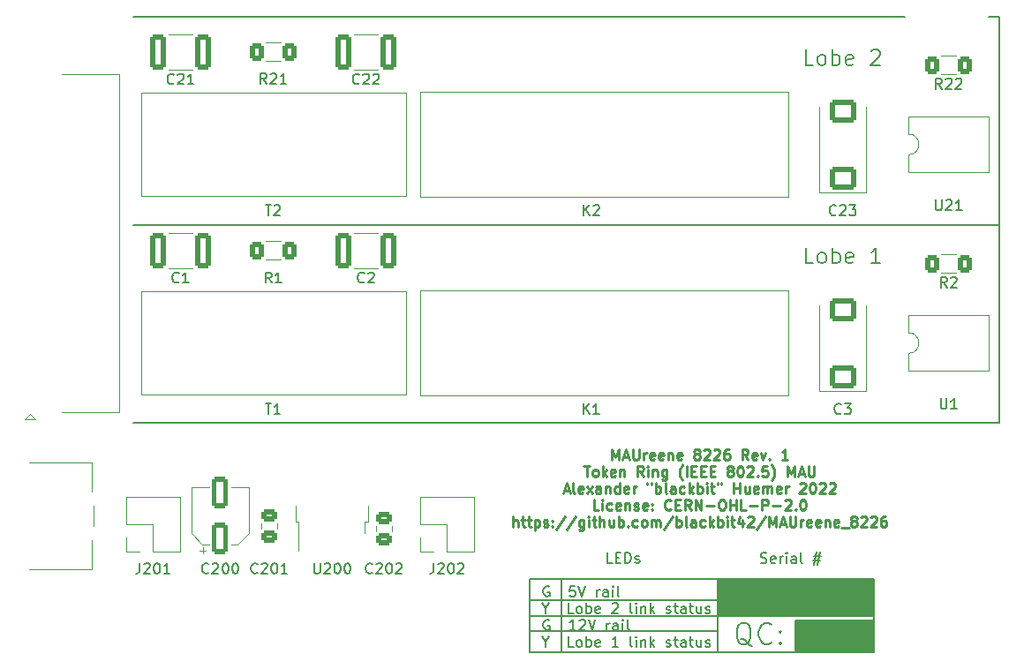
<source format=gto>
%TF.GenerationSoftware,KiCad,Pcbnew,6.0.9+dfsg-1*%
%TF.CreationDate,2022-12-03T23:10:23+00:00*%
%TF.ProjectId,Token_Ring_MAU,546f6b65-6e5f-4526-996e-675f4d41552e,rev?*%
%TF.SameCoordinates,Original*%
%TF.FileFunction,Legend,Top*%
%TF.FilePolarity,Positive*%
%FSLAX46Y46*%
G04 Gerber Fmt 4.6, Leading zero omitted, Abs format (unit mm)*
G04 Created by KiCad (PCBNEW 6.0.9+dfsg-1) date 2022-12-03 23:10:23*
%MOMM*%
%LPD*%
G01*
G04 APERTURE LIST*
G04 Aperture macros list*
%AMRoundRect*
0 Rectangle with rounded corners*
0 $1 Rounding radius*
0 $2 $3 $4 $5 $6 $7 $8 $9 X,Y pos of 4 corners*
0 Add a 4 corners polygon primitive as box body*
4,1,4,$2,$3,$4,$5,$6,$7,$8,$9,$2,$3,0*
0 Add four circle primitives for the rounded corners*
1,1,$1+$1,$2,$3*
1,1,$1+$1,$4,$5*
1,1,$1+$1,$6,$7*
1,1,$1+$1,$8,$9*
0 Add four rect primitives between the rounded corners*
20,1,$1+$1,$2,$3,$4,$5,0*
20,1,$1+$1,$4,$5,$6,$7,0*
20,1,$1+$1,$6,$7,$8,$9,0*
20,1,$1+$1,$8,$9,$2,$3,0*%
G04 Aperture macros list end*
%ADD10C,0.150000*%
%ADD11C,0.250000*%
%ADD12C,0.120000*%
%ADD13RoundRect,0.250000X0.475000X-0.337500X0.475000X0.337500X-0.475000X0.337500X-0.475000X-0.337500X0*%
%ADD14C,1.524000*%
%ADD15RoundRect,0.250000X0.537500X1.450000X-0.537500X1.450000X-0.537500X-1.450000X0.537500X-1.450000X0*%
%ADD16C,1.600000*%
%ADD17R,2.000000X4.000000*%
%ADD18O,2.000000X3.300000*%
%ADD19O,3.500000X2.000000*%
%ADD20R,1.600000X1.600000*%
%ADD21O,1.600000X1.600000*%
%ADD22RoundRect,0.250000X1.025000X-0.875000X1.025000X0.875000X-1.025000X0.875000X-1.025000X-0.875000X0*%
%ADD23RoundRect,0.250000X-0.400000X-0.625000X0.400000X-0.625000X0.400000X0.625000X-0.400000X0.625000X0*%
%ADD24C,5.600000*%
%ADD25RoundRect,0.250000X0.550000X-1.250000X0.550000X1.250000X-0.550000X1.250000X-0.550000X-1.250000X0*%
%ADD26R,1.700000X1.700000*%
%ADD27O,1.700000X1.700000*%
%ADD28R,1.200000X2.200000*%
%ADD29R,5.800000X6.400000*%
%ADD30C,3.250000*%
%ADD31R,1.500000X1.500000*%
%ADD32C,1.500000*%
%ADD33C,2.300000*%
G04 APERTURE END LIST*
D10*
X154000000Y-110000000D02*
X172000000Y-110000000D01*
X157000000Y-110000000D02*
X157000000Y-117000000D01*
X199000000Y-56000000D02*
X198000000Y-56000000D01*
X187000000Y-110000000D02*
X172000000Y-110000000D01*
X172000000Y-110000000D02*
X172000000Y-113500000D01*
X172000000Y-113500000D02*
X187000000Y-113500000D01*
X187000000Y-113500000D02*
X187000000Y-110000000D01*
G36*
X187000000Y-110000000D02*
G01*
X172000000Y-110000000D01*
X172000000Y-113500000D01*
X187000000Y-113500000D01*
X187000000Y-110000000D01*
G37*
X172000000Y-110000000D02*
X172000000Y-117000000D01*
X172000000Y-117000000D02*
X179500000Y-117000000D01*
X190000000Y-56000000D02*
X116000000Y-56000000D01*
X199000000Y-76000000D02*
X199000000Y-56000000D01*
X172000000Y-113500000D02*
X187000000Y-113500000D01*
X199000000Y-76000000D02*
X116000000Y-76000000D01*
X116000000Y-95000000D02*
X199000000Y-95000000D01*
X199000000Y-95000000D02*
X199000000Y-76000000D01*
X154000000Y-117000000D02*
X154000000Y-110000000D01*
X154000000Y-112000000D02*
X172000000Y-112000000D01*
X187000000Y-117000000D02*
X179500000Y-117000000D01*
X179500000Y-117000000D02*
X179500000Y-113950000D01*
X179500000Y-113950000D02*
X187000000Y-113950000D01*
X187000000Y-113950000D02*
X187000000Y-117000000D01*
G36*
X187000000Y-117000000D02*
G01*
X179500000Y-117000000D01*
X179500000Y-113950000D01*
X187000000Y-113950000D01*
X187000000Y-117000000D01*
G37*
X154000000Y-115000000D02*
X172000000Y-115000000D01*
X154000000Y-113500000D02*
X172000000Y-113500000D01*
X187000000Y-110000000D02*
X187000000Y-117000000D01*
X172000000Y-117000000D02*
X154000000Y-117000000D01*
X175285714Y-116395238D02*
X175095238Y-116300000D01*
X174904761Y-116109523D01*
X174619047Y-115823809D01*
X174428571Y-115728571D01*
X174238095Y-115728571D01*
X174333333Y-116204761D02*
X174142857Y-116109523D01*
X173952380Y-115919047D01*
X173857142Y-115538095D01*
X173857142Y-114871428D01*
X173952380Y-114490476D01*
X174142857Y-114300000D01*
X174333333Y-114204761D01*
X174714285Y-114204761D01*
X174904761Y-114300000D01*
X175095238Y-114490476D01*
X175190476Y-114871428D01*
X175190476Y-115538095D01*
X175095238Y-115919047D01*
X174904761Y-116109523D01*
X174714285Y-116204761D01*
X174333333Y-116204761D01*
X177190476Y-116014285D02*
X177095238Y-116109523D01*
X176809523Y-116204761D01*
X176619047Y-116204761D01*
X176333333Y-116109523D01*
X176142857Y-115919047D01*
X176047619Y-115728571D01*
X175952380Y-115347619D01*
X175952380Y-115061904D01*
X176047619Y-114680952D01*
X176142857Y-114490476D01*
X176333333Y-114300000D01*
X176619047Y-114204761D01*
X176809523Y-114204761D01*
X177095238Y-114300000D01*
X177190476Y-114395238D01*
X178047619Y-116014285D02*
X178142857Y-116109523D01*
X178047619Y-116204761D01*
X177952380Y-116109523D01*
X178047619Y-116014285D01*
X178047619Y-116204761D01*
X178047619Y-114966666D02*
X178142857Y-115061904D01*
X178047619Y-115157142D01*
X177952380Y-115061904D01*
X178047619Y-114966666D01*
X178047619Y-115157142D01*
D11*
X161887238Y-98532380D02*
X161887238Y-97532380D01*
X162220571Y-98246666D01*
X162553904Y-97532380D01*
X162553904Y-98532380D01*
X162982476Y-98246666D02*
X163458666Y-98246666D01*
X162887238Y-98532380D02*
X163220571Y-97532380D01*
X163553904Y-98532380D01*
X163887238Y-97532380D02*
X163887238Y-98341904D01*
X163934857Y-98437142D01*
X163982476Y-98484761D01*
X164077714Y-98532380D01*
X164268190Y-98532380D01*
X164363428Y-98484761D01*
X164411047Y-98437142D01*
X164458666Y-98341904D01*
X164458666Y-97532380D01*
X164934857Y-98532380D02*
X164934857Y-97865714D01*
X164934857Y-98056190D02*
X164982476Y-97960952D01*
X165030095Y-97913333D01*
X165125333Y-97865714D01*
X165220571Y-97865714D01*
X165934857Y-98484761D02*
X165839619Y-98532380D01*
X165649142Y-98532380D01*
X165553904Y-98484761D01*
X165506285Y-98389523D01*
X165506285Y-98008571D01*
X165553904Y-97913333D01*
X165649142Y-97865714D01*
X165839619Y-97865714D01*
X165934857Y-97913333D01*
X165982476Y-98008571D01*
X165982476Y-98103809D01*
X165506285Y-98199047D01*
X166792000Y-98484761D02*
X166696761Y-98532380D01*
X166506285Y-98532380D01*
X166411047Y-98484761D01*
X166363428Y-98389523D01*
X166363428Y-98008571D01*
X166411047Y-97913333D01*
X166506285Y-97865714D01*
X166696761Y-97865714D01*
X166792000Y-97913333D01*
X166839619Y-98008571D01*
X166839619Y-98103809D01*
X166363428Y-98199047D01*
X167268190Y-97865714D02*
X167268190Y-98532380D01*
X167268190Y-97960952D02*
X167315809Y-97913333D01*
X167411047Y-97865714D01*
X167553904Y-97865714D01*
X167649142Y-97913333D01*
X167696761Y-98008571D01*
X167696761Y-98532380D01*
X168553904Y-98484761D02*
X168458666Y-98532380D01*
X168268190Y-98532380D01*
X168172952Y-98484761D01*
X168125333Y-98389523D01*
X168125333Y-98008571D01*
X168172952Y-97913333D01*
X168268190Y-97865714D01*
X168458666Y-97865714D01*
X168553904Y-97913333D01*
X168601523Y-98008571D01*
X168601523Y-98103809D01*
X168125333Y-98199047D01*
X169934857Y-97960952D02*
X169839619Y-97913333D01*
X169792000Y-97865714D01*
X169744380Y-97770476D01*
X169744380Y-97722857D01*
X169792000Y-97627619D01*
X169839619Y-97580000D01*
X169934857Y-97532380D01*
X170125333Y-97532380D01*
X170220571Y-97580000D01*
X170268190Y-97627619D01*
X170315809Y-97722857D01*
X170315809Y-97770476D01*
X170268190Y-97865714D01*
X170220571Y-97913333D01*
X170125333Y-97960952D01*
X169934857Y-97960952D01*
X169839619Y-98008571D01*
X169792000Y-98056190D01*
X169744380Y-98151428D01*
X169744380Y-98341904D01*
X169792000Y-98437142D01*
X169839619Y-98484761D01*
X169934857Y-98532380D01*
X170125333Y-98532380D01*
X170220571Y-98484761D01*
X170268190Y-98437142D01*
X170315809Y-98341904D01*
X170315809Y-98151428D01*
X170268190Y-98056190D01*
X170220571Y-98008571D01*
X170125333Y-97960952D01*
X170696761Y-97627619D02*
X170744380Y-97580000D01*
X170839619Y-97532380D01*
X171077714Y-97532380D01*
X171172952Y-97580000D01*
X171220571Y-97627619D01*
X171268190Y-97722857D01*
X171268190Y-97818095D01*
X171220571Y-97960952D01*
X170649142Y-98532380D01*
X171268190Y-98532380D01*
X171649142Y-97627619D02*
X171696761Y-97580000D01*
X171792000Y-97532380D01*
X172030095Y-97532380D01*
X172125333Y-97580000D01*
X172172952Y-97627619D01*
X172220571Y-97722857D01*
X172220571Y-97818095D01*
X172172952Y-97960952D01*
X171601523Y-98532380D01*
X172220571Y-98532380D01*
X173077714Y-97532380D02*
X172887238Y-97532380D01*
X172792000Y-97580000D01*
X172744380Y-97627619D01*
X172649142Y-97770476D01*
X172601523Y-97960952D01*
X172601523Y-98341904D01*
X172649142Y-98437142D01*
X172696761Y-98484761D01*
X172792000Y-98532380D01*
X172982476Y-98532380D01*
X173077714Y-98484761D01*
X173125333Y-98437142D01*
X173172952Y-98341904D01*
X173172952Y-98103809D01*
X173125333Y-98008571D01*
X173077714Y-97960952D01*
X172982476Y-97913333D01*
X172792000Y-97913333D01*
X172696761Y-97960952D01*
X172649142Y-98008571D01*
X172601523Y-98103809D01*
X174934857Y-98532380D02*
X174601523Y-98056190D01*
X174363428Y-98532380D02*
X174363428Y-97532380D01*
X174744380Y-97532380D01*
X174839619Y-97580000D01*
X174887238Y-97627619D01*
X174934857Y-97722857D01*
X174934857Y-97865714D01*
X174887238Y-97960952D01*
X174839619Y-98008571D01*
X174744380Y-98056190D01*
X174363428Y-98056190D01*
X175744380Y-98484761D02*
X175649142Y-98532380D01*
X175458666Y-98532380D01*
X175363428Y-98484761D01*
X175315809Y-98389523D01*
X175315809Y-98008571D01*
X175363428Y-97913333D01*
X175458666Y-97865714D01*
X175649142Y-97865714D01*
X175744380Y-97913333D01*
X175792000Y-98008571D01*
X175792000Y-98103809D01*
X175315809Y-98199047D01*
X176125333Y-97865714D02*
X176363428Y-98532380D01*
X176601523Y-97865714D01*
X176982476Y-98437142D02*
X177030095Y-98484761D01*
X176982476Y-98532380D01*
X176934857Y-98484761D01*
X176982476Y-98437142D01*
X176982476Y-98532380D01*
X178744380Y-98532380D02*
X178172952Y-98532380D01*
X178458666Y-98532380D02*
X178458666Y-97532380D01*
X178363428Y-97675238D01*
X178268190Y-97770476D01*
X178172952Y-97818095D01*
X159172952Y-99142380D02*
X159744380Y-99142380D01*
X159458666Y-100142380D02*
X159458666Y-99142380D01*
X160220571Y-100142380D02*
X160125333Y-100094761D01*
X160077714Y-100047142D01*
X160030095Y-99951904D01*
X160030095Y-99666190D01*
X160077714Y-99570952D01*
X160125333Y-99523333D01*
X160220571Y-99475714D01*
X160363428Y-99475714D01*
X160458666Y-99523333D01*
X160506285Y-99570952D01*
X160553904Y-99666190D01*
X160553904Y-99951904D01*
X160506285Y-100047142D01*
X160458666Y-100094761D01*
X160363428Y-100142380D01*
X160220571Y-100142380D01*
X160982476Y-100142380D02*
X160982476Y-99142380D01*
X161077714Y-99761428D02*
X161363428Y-100142380D01*
X161363428Y-99475714D02*
X160982476Y-99856666D01*
X162172952Y-100094761D02*
X162077714Y-100142380D01*
X161887238Y-100142380D01*
X161792000Y-100094761D01*
X161744380Y-99999523D01*
X161744380Y-99618571D01*
X161792000Y-99523333D01*
X161887238Y-99475714D01*
X162077714Y-99475714D01*
X162172952Y-99523333D01*
X162220571Y-99618571D01*
X162220571Y-99713809D01*
X161744380Y-99809047D01*
X162649142Y-99475714D02*
X162649142Y-100142380D01*
X162649142Y-99570952D02*
X162696761Y-99523333D01*
X162792000Y-99475714D01*
X162934857Y-99475714D01*
X163030095Y-99523333D01*
X163077714Y-99618571D01*
X163077714Y-100142380D01*
X164887238Y-100142380D02*
X164553904Y-99666190D01*
X164315809Y-100142380D02*
X164315809Y-99142380D01*
X164696761Y-99142380D01*
X164792000Y-99190000D01*
X164839619Y-99237619D01*
X164887238Y-99332857D01*
X164887238Y-99475714D01*
X164839619Y-99570952D01*
X164792000Y-99618571D01*
X164696761Y-99666190D01*
X164315809Y-99666190D01*
X165315809Y-100142380D02*
X165315809Y-99475714D01*
X165315809Y-99142380D02*
X165268190Y-99190000D01*
X165315809Y-99237619D01*
X165363428Y-99190000D01*
X165315809Y-99142380D01*
X165315809Y-99237619D01*
X165792000Y-99475714D02*
X165792000Y-100142380D01*
X165792000Y-99570952D02*
X165839619Y-99523333D01*
X165934857Y-99475714D01*
X166077714Y-99475714D01*
X166172952Y-99523333D01*
X166220571Y-99618571D01*
X166220571Y-100142380D01*
X167125333Y-99475714D02*
X167125333Y-100285238D01*
X167077714Y-100380476D01*
X167030095Y-100428095D01*
X166934857Y-100475714D01*
X166792000Y-100475714D01*
X166696761Y-100428095D01*
X167125333Y-100094761D02*
X167030095Y-100142380D01*
X166839619Y-100142380D01*
X166744380Y-100094761D01*
X166696761Y-100047142D01*
X166649142Y-99951904D01*
X166649142Y-99666190D01*
X166696761Y-99570952D01*
X166744380Y-99523333D01*
X166839619Y-99475714D01*
X167030095Y-99475714D01*
X167125333Y-99523333D01*
X168649142Y-100523333D02*
X168601523Y-100475714D01*
X168506285Y-100332857D01*
X168458666Y-100237619D01*
X168411047Y-100094761D01*
X168363428Y-99856666D01*
X168363428Y-99666190D01*
X168411047Y-99428095D01*
X168458666Y-99285238D01*
X168506285Y-99190000D01*
X168601523Y-99047142D01*
X168649142Y-98999523D01*
X169030095Y-100142380D02*
X169030095Y-99142380D01*
X169506285Y-99618571D02*
X169839619Y-99618571D01*
X169982476Y-100142380D02*
X169506285Y-100142380D01*
X169506285Y-99142380D01*
X169982476Y-99142380D01*
X170411047Y-99618571D02*
X170744380Y-99618571D01*
X170887238Y-100142380D02*
X170411047Y-100142380D01*
X170411047Y-99142380D01*
X170887238Y-99142380D01*
X171315809Y-99618571D02*
X171649142Y-99618571D01*
X171792000Y-100142380D02*
X171315809Y-100142380D01*
X171315809Y-99142380D01*
X171792000Y-99142380D01*
X173125333Y-99570952D02*
X173030095Y-99523333D01*
X172982476Y-99475714D01*
X172934857Y-99380476D01*
X172934857Y-99332857D01*
X172982476Y-99237619D01*
X173030095Y-99190000D01*
X173125333Y-99142380D01*
X173315809Y-99142380D01*
X173411047Y-99190000D01*
X173458666Y-99237619D01*
X173506285Y-99332857D01*
X173506285Y-99380476D01*
X173458666Y-99475714D01*
X173411047Y-99523333D01*
X173315809Y-99570952D01*
X173125333Y-99570952D01*
X173030095Y-99618571D01*
X172982476Y-99666190D01*
X172934857Y-99761428D01*
X172934857Y-99951904D01*
X172982476Y-100047142D01*
X173030095Y-100094761D01*
X173125333Y-100142380D01*
X173315809Y-100142380D01*
X173411047Y-100094761D01*
X173458666Y-100047142D01*
X173506285Y-99951904D01*
X173506285Y-99761428D01*
X173458666Y-99666190D01*
X173411047Y-99618571D01*
X173315809Y-99570952D01*
X174125333Y-99142380D02*
X174220571Y-99142380D01*
X174315809Y-99190000D01*
X174363428Y-99237619D01*
X174411047Y-99332857D01*
X174458666Y-99523333D01*
X174458666Y-99761428D01*
X174411047Y-99951904D01*
X174363428Y-100047142D01*
X174315809Y-100094761D01*
X174220571Y-100142380D01*
X174125333Y-100142380D01*
X174030095Y-100094761D01*
X173982476Y-100047142D01*
X173934857Y-99951904D01*
X173887238Y-99761428D01*
X173887238Y-99523333D01*
X173934857Y-99332857D01*
X173982476Y-99237619D01*
X174030095Y-99190000D01*
X174125333Y-99142380D01*
X174839619Y-99237619D02*
X174887238Y-99190000D01*
X174982476Y-99142380D01*
X175220571Y-99142380D01*
X175315809Y-99190000D01*
X175363428Y-99237619D01*
X175411047Y-99332857D01*
X175411047Y-99428095D01*
X175363428Y-99570952D01*
X174792000Y-100142380D01*
X175411047Y-100142380D01*
X175839619Y-100047142D02*
X175887238Y-100094761D01*
X175839619Y-100142380D01*
X175792000Y-100094761D01*
X175839619Y-100047142D01*
X175839619Y-100142380D01*
X176792000Y-99142380D02*
X176315809Y-99142380D01*
X176268190Y-99618571D01*
X176315809Y-99570952D01*
X176411047Y-99523333D01*
X176649142Y-99523333D01*
X176744380Y-99570952D01*
X176792000Y-99618571D01*
X176839619Y-99713809D01*
X176839619Y-99951904D01*
X176792000Y-100047142D01*
X176744380Y-100094761D01*
X176649142Y-100142380D01*
X176411047Y-100142380D01*
X176315809Y-100094761D01*
X176268190Y-100047142D01*
X177172952Y-100523333D02*
X177220571Y-100475714D01*
X177315809Y-100332857D01*
X177363428Y-100237619D01*
X177411047Y-100094761D01*
X177458666Y-99856666D01*
X177458666Y-99666190D01*
X177411047Y-99428095D01*
X177363428Y-99285238D01*
X177315809Y-99190000D01*
X177220571Y-99047142D01*
X177172952Y-98999523D01*
X178696761Y-100142380D02*
X178696761Y-99142380D01*
X179030095Y-99856666D01*
X179363428Y-99142380D01*
X179363428Y-100142380D01*
X179792000Y-99856666D02*
X180268190Y-99856666D01*
X179696761Y-100142380D02*
X180030095Y-99142380D01*
X180363428Y-100142380D01*
X180696761Y-99142380D02*
X180696761Y-99951904D01*
X180744380Y-100047142D01*
X180792000Y-100094761D01*
X180887238Y-100142380D01*
X181077714Y-100142380D01*
X181172952Y-100094761D01*
X181220571Y-100047142D01*
X181268190Y-99951904D01*
X181268190Y-99142380D01*
X157268190Y-101466666D02*
X157744380Y-101466666D01*
X157172952Y-101752380D02*
X157506285Y-100752380D01*
X157839619Y-101752380D01*
X158315809Y-101752380D02*
X158220571Y-101704761D01*
X158172952Y-101609523D01*
X158172952Y-100752380D01*
X159077714Y-101704761D02*
X158982476Y-101752380D01*
X158791999Y-101752380D01*
X158696761Y-101704761D01*
X158649142Y-101609523D01*
X158649142Y-101228571D01*
X158696761Y-101133333D01*
X158791999Y-101085714D01*
X158982476Y-101085714D01*
X159077714Y-101133333D01*
X159125333Y-101228571D01*
X159125333Y-101323809D01*
X158649142Y-101419047D01*
X159458666Y-101752380D02*
X159982476Y-101085714D01*
X159458666Y-101085714D02*
X159982476Y-101752380D01*
X160791999Y-101752380D02*
X160791999Y-101228571D01*
X160744380Y-101133333D01*
X160649142Y-101085714D01*
X160458666Y-101085714D01*
X160363428Y-101133333D01*
X160791999Y-101704761D02*
X160696761Y-101752380D01*
X160458666Y-101752380D01*
X160363428Y-101704761D01*
X160315809Y-101609523D01*
X160315809Y-101514285D01*
X160363428Y-101419047D01*
X160458666Y-101371428D01*
X160696761Y-101371428D01*
X160791999Y-101323809D01*
X161268190Y-101085714D02*
X161268190Y-101752380D01*
X161268190Y-101180952D02*
X161315809Y-101133333D01*
X161411047Y-101085714D01*
X161553904Y-101085714D01*
X161649142Y-101133333D01*
X161696761Y-101228571D01*
X161696761Y-101752380D01*
X162601523Y-101752380D02*
X162601523Y-100752380D01*
X162601523Y-101704761D02*
X162506285Y-101752380D01*
X162315809Y-101752380D01*
X162220571Y-101704761D01*
X162172952Y-101657142D01*
X162125333Y-101561904D01*
X162125333Y-101276190D01*
X162172952Y-101180952D01*
X162220571Y-101133333D01*
X162315809Y-101085714D01*
X162506285Y-101085714D01*
X162601523Y-101133333D01*
X163458666Y-101704761D02*
X163363428Y-101752380D01*
X163172952Y-101752380D01*
X163077714Y-101704761D01*
X163030095Y-101609523D01*
X163030095Y-101228571D01*
X163077714Y-101133333D01*
X163172952Y-101085714D01*
X163363428Y-101085714D01*
X163458666Y-101133333D01*
X163506285Y-101228571D01*
X163506285Y-101323809D01*
X163030095Y-101419047D01*
X163934857Y-101752380D02*
X163934857Y-101085714D01*
X163934857Y-101276190D02*
X163982476Y-101180952D01*
X164030095Y-101133333D01*
X164125333Y-101085714D01*
X164220571Y-101085714D01*
X165268190Y-100752380D02*
X165268190Y-100942857D01*
X165649142Y-100752380D02*
X165649142Y-100942857D01*
X166077714Y-101752380D02*
X166077714Y-100752380D01*
X166077714Y-101133333D02*
X166172952Y-101085714D01*
X166363428Y-101085714D01*
X166458666Y-101133333D01*
X166506285Y-101180952D01*
X166553904Y-101276190D01*
X166553904Y-101561904D01*
X166506285Y-101657142D01*
X166458666Y-101704761D01*
X166363428Y-101752380D01*
X166172952Y-101752380D01*
X166077714Y-101704761D01*
X167125333Y-101752380D02*
X167030095Y-101704761D01*
X166982476Y-101609523D01*
X166982476Y-100752380D01*
X167934857Y-101752380D02*
X167934857Y-101228571D01*
X167887238Y-101133333D01*
X167792000Y-101085714D01*
X167601523Y-101085714D01*
X167506285Y-101133333D01*
X167934857Y-101704761D02*
X167839619Y-101752380D01*
X167601523Y-101752380D01*
X167506285Y-101704761D01*
X167458666Y-101609523D01*
X167458666Y-101514285D01*
X167506285Y-101419047D01*
X167601523Y-101371428D01*
X167839619Y-101371428D01*
X167934857Y-101323809D01*
X168839619Y-101704761D02*
X168744380Y-101752380D01*
X168553904Y-101752380D01*
X168458666Y-101704761D01*
X168411047Y-101657142D01*
X168363428Y-101561904D01*
X168363428Y-101276190D01*
X168411047Y-101180952D01*
X168458666Y-101133333D01*
X168553904Y-101085714D01*
X168744380Y-101085714D01*
X168839619Y-101133333D01*
X169268190Y-101752380D02*
X169268190Y-100752380D01*
X169363428Y-101371428D02*
X169649142Y-101752380D01*
X169649142Y-101085714D02*
X169268190Y-101466666D01*
X170077714Y-101752380D02*
X170077714Y-100752380D01*
X170077714Y-101133333D02*
X170172952Y-101085714D01*
X170363428Y-101085714D01*
X170458666Y-101133333D01*
X170506285Y-101180952D01*
X170553904Y-101276190D01*
X170553904Y-101561904D01*
X170506285Y-101657142D01*
X170458666Y-101704761D01*
X170363428Y-101752380D01*
X170172952Y-101752380D01*
X170077714Y-101704761D01*
X170982476Y-101752380D02*
X170982476Y-101085714D01*
X170982476Y-100752380D02*
X170934857Y-100800000D01*
X170982476Y-100847619D01*
X171030095Y-100800000D01*
X170982476Y-100752380D01*
X170982476Y-100847619D01*
X171315809Y-101085714D02*
X171696761Y-101085714D01*
X171458666Y-100752380D02*
X171458666Y-101609523D01*
X171506285Y-101704761D01*
X171601523Y-101752380D01*
X171696761Y-101752380D01*
X171982476Y-100752380D02*
X171982476Y-100942857D01*
X172363428Y-100752380D02*
X172363428Y-100942857D01*
X173553904Y-101752380D02*
X173553904Y-100752380D01*
X173553904Y-101228571D02*
X174125333Y-101228571D01*
X174125333Y-101752380D02*
X174125333Y-100752380D01*
X175030095Y-101085714D02*
X175030095Y-101752380D01*
X174601523Y-101085714D02*
X174601523Y-101609523D01*
X174649142Y-101704761D01*
X174744380Y-101752380D01*
X174887238Y-101752380D01*
X174982476Y-101704761D01*
X175030095Y-101657142D01*
X175887238Y-101704761D02*
X175791999Y-101752380D01*
X175601523Y-101752380D01*
X175506285Y-101704761D01*
X175458666Y-101609523D01*
X175458666Y-101228571D01*
X175506285Y-101133333D01*
X175601523Y-101085714D01*
X175791999Y-101085714D01*
X175887238Y-101133333D01*
X175934857Y-101228571D01*
X175934857Y-101323809D01*
X175458666Y-101419047D01*
X176363428Y-101752380D02*
X176363428Y-101085714D01*
X176363428Y-101180952D02*
X176411047Y-101133333D01*
X176506285Y-101085714D01*
X176649142Y-101085714D01*
X176744380Y-101133333D01*
X176791999Y-101228571D01*
X176791999Y-101752380D01*
X176791999Y-101228571D02*
X176839619Y-101133333D01*
X176934857Y-101085714D01*
X177077714Y-101085714D01*
X177172952Y-101133333D01*
X177220571Y-101228571D01*
X177220571Y-101752380D01*
X178077714Y-101704761D02*
X177982476Y-101752380D01*
X177791999Y-101752380D01*
X177696761Y-101704761D01*
X177649142Y-101609523D01*
X177649142Y-101228571D01*
X177696761Y-101133333D01*
X177791999Y-101085714D01*
X177982476Y-101085714D01*
X178077714Y-101133333D01*
X178125333Y-101228571D01*
X178125333Y-101323809D01*
X177649142Y-101419047D01*
X178553904Y-101752380D02*
X178553904Y-101085714D01*
X178553904Y-101276190D02*
X178601523Y-101180952D01*
X178649142Y-101133333D01*
X178744380Y-101085714D01*
X178839619Y-101085714D01*
X179887238Y-100847619D02*
X179934857Y-100800000D01*
X180030095Y-100752380D01*
X180268190Y-100752380D01*
X180363428Y-100800000D01*
X180411047Y-100847619D01*
X180458666Y-100942857D01*
X180458666Y-101038095D01*
X180411047Y-101180952D01*
X179839619Y-101752380D01*
X180458666Y-101752380D01*
X181077714Y-100752380D02*
X181172952Y-100752380D01*
X181268190Y-100800000D01*
X181315809Y-100847619D01*
X181363428Y-100942857D01*
X181411047Y-101133333D01*
X181411047Y-101371428D01*
X181363428Y-101561904D01*
X181315809Y-101657142D01*
X181268190Y-101704761D01*
X181172952Y-101752380D01*
X181077714Y-101752380D01*
X180982476Y-101704761D01*
X180934857Y-101657142D01*
X180887238Y-101561904D01*
X180839619Y-101371428D01*
X180839619Y-101133333D01*
X180887238Y-100942857D01*
X180934857Y-100847619D01*
X180982476Y-100800000D01*
X181077714Y-100752380D01*
X181791999Y-100847619D02*
X181839619Y-100800000D01*
X181934857Y-100752380D01*
X182172952Y-100752380D01*
X182268190Y-100800000D01*
X182315809Y-100847619D01*
X182363428Y-100942857D01*
X182363428Y-101038095D01*
X182315809Y-101180952D01*
X181744380Y-101752380D01*
X182363428Y-101752380D01*
X182744380Y-100847619D02*
X182791999Y-100800000D01*
X182887238Y-100752380D01*
X183125333Y-100752380D01*
X183220571Y-100800000D01*
X183268190Y-100847619D01*
X183315809Y-100942857D01*
X183315809Y-101038095D01*
X183268190Y-101180952D01*
X182696761Y-101752380D01*
X183315809Y-101752380D01*
X160625333Y-103362380D02*
X160149142Y-103362380D01*
X160149142Y-102362380D01*
X160958666Y-103362380D02*
X160958666Y-102695714D01*
X160958666Y-102362380D02*
X160911047Y-102410000D01*
X160958666Y-102457619D01*
X161006285Y-102410000D01*
X160958666Y-102362380D01*
X160958666Y-102457619D01*
X161863428Y-103314761D02*
X161768190Y-103362380D01*
X161577714Y-103362380D01*
X161482476Y-103314761D01*
X161434857Y-103267142D01*
X161387238Y-103171904D01*
X161387238Y-102886190D01*
X161434857Y-102790952D01*
X161482476Y-102743333D01*
X161577714Y-102695714D01*
X161768190Y-102695714D01*
X161863428Y-102743333D01*
X162672952Y-103314761D02*
X162577714Y-103362380D01*
X162387238Y-103362380D01*
X162292000Y-103314761D01*
X162244380Y-103219523D01*
X162244380Y-102838571D01*
X162292000Y-102743333D01*
X162387238Y-102695714D01*
X162577714Y-102695714D01*
X162672952Y-102743333D01*
X162720571Y-102838571D01*
X162720571Y-102933809D01*
X162244380Y-103029047D01*
X163149142Y-102695714D02*
X163149142Y-103362380D01*
X163149142Y-102790952D02*
X163196761Y-102743333D01*
X163292000Y-102695714D01*
X163434857Y-102695714D01*
X163530095Y-102743333D01*
X163577714Y-102838571D01*
X163577714Y-103362380D01*
X164006285Y-103314761D02*
X164101523Y-103362380D01*
X164292000Y-103362380D01*
X164387238Y-103314761D01*
X164434857Y-103219523D01*
X164434857Y-103171904D01*
X164387238Y-103076666D01*
X164292000Y-103029047D01*
X164149142Y-103029047D01*
X164053904Y-102981428D01*
X164006285Y-102886190D01*
X164006285Y-102838571D01*
X164053904Y-102743333D01*
X164149142Y-102695714D01*
X164292000Y-102695714D01*
X164387238Y-102743333D01*
X165244380Y-103314761D02*
X165149142Y-103362380D01*
X164958666Y-103362380D01*
X164863428Y-103314761D01*
X164815809Y-103219523D01*
X164815809Y-102838571D01*
X164863428Y-102743333D01*
X164958666Y-102695714D01*
X165149142Y-102695714D01*
X165244380Y-102743333D01*
X165292000Y-102838571D01*
X165292000Y-102933809D01*
X164815809Y-103029047D01*
X165720571Y-103267142D02*
X165768190Y-103314761D01*
X165720571Y-103362380D01*
X165672952Y-103314761D01*
X165720571Y-103267142D01*
X165720571Y-103362380D01*
X165720571Y-102743333D02*
X165768190Y-102790952D01*
X165720571Y-102838571D01*
X165672952Y-102790952D01*
X165720571Y-102743333D01*
X165720571Y-102838571D01*
X167530095Y-103267142D02*
X167482476Y-103314761D01*
X167339619Y-103362380D01*
X167244380Y-103362380D01*
X167101523Y-103314761D01*
X167006285Y-103219523D01*
X166958666Y-103124285D01*
X166911047Y-102933809D01*
X166911047Y-102790952D01*
X166958666Y-102600476D01*
X167006285Y-102505238D01*
X167101523Y-102410000D01*
X167244380Y-102362380D01*
X167339619Y-102362380D01*
X167482476Y-102410000D01*
X167530095Y-102457619D01*
X167958666Y-102838571D02*
X168292000Y-102838571D01*
X168434857Y-103362380D02*
X167958666Y-103362380D01*
X167958666Y-102362380D01*
X168434857Y-102362380D01*
X169434857Y-103362380D02*
X169101523Y-102886190D01*
X168863428Y-103362380D02*
X168863428Y-102362380D01*
X169244380Y-102362380D01*
X169339619Y-102410000D01*
X169387238Y-102457619D01*
X169434857Y-102552857D01*
X169434857Y-102695714D01*
X169387238Y-102790952D01*
X169339619Y-102838571D01*
X169244380Y-102886190D01*
X168863428Y-102886190D01*
X169863428Y-103362380D02*
X169863428Y-102362380D01*
X170434857Y-103362380D01*
X170434857Y-102362380D01*
X170911047Y-102981428D02*
X171672952Y-102981428D01*
X172339619Y-102362380D02*
X172530095Y-102362380D01*
X172625333Y-102410000D01*
X172720571Y-102505238D01*
X172768190Y-102695714D01*
X172768190Y-103029047D01*
X172720571Y-103219523D01*
X172625333Y-103314761D01*
X172530095Y-103362380D01*
X172339619Y-103362380D01*
X172244380Y-103314761D01*
X172149142Y-103219523D01*
X172101523Y-103029047D01*
X172101523Y-102695714D01*
X172149142Y-102505238D01*
X172244380Y-102410000D01*
X172339619Y-102362380D01*
X173196761Y-103362380D02*
X173196761Y-102362380D01*
X173196761Y-102838571D02*
X173768190Y-102838571D01*
X173768190Y-103362380D02*
X173768190Y-102362380D01*
X174720571Y-103362380D02*
X174244380Y-103362380D01*
X174244380Y-102362380D01*
X175053904Y-102981428D02*
X175815809Y-102981428D01*
X176292000Y-103362380D02*
X176292000Y-102362380D01*
X176672952Y-102362380D01*
X176768190Y-102410000D01*
X176815809Y-102457619D01*
X176863428Y-102552857D01*
X176863428Y-102695714D01*
X176815809Y-102790952D01*
X176768190Y-102838571D01*
X176672952Y-102886190D01*
X176292000Y-102886190D01*
X177292000Y-102981428D02*
X178053904Y-102981428D01*
X178482476Y-102457619D02*
X178530095Y-102410000D01*
X178625333Y-102362380D01*
X178863428Y-102362380D01*
X178958666Y-102410000D01*
X179006285Y-102457619D01*
X179053904Y-102552857D01*
X179053904Y-102648095D01*
X179006285Y-102790952D01*
X178434857Y-103362380D01*
X179053904Y-103362380D01*
X179482476Y-103267142D02*
X179530095Y-103314761D01*
X179482476Y-103362380D01*
X179434857Y-103314761D01*
X179482476Y-103267142D01*
X179482476Y-103362380D01*
X180149142Y-102362380D02*
X180244380Y-102362380D01*
X180339619Y-102410000D01*
X180387238Y-102457619D01*
X180434857Y-102552857D01*
X180482476Y-102743333D01*
X180482476Y-102981428D01*
X180434857Y-103171904D01*
X180387238Y-103267142D01*
X180339619Y-103314761D01*
X180244380Y-103362380D01*
X180149142Y-103362380D01*
X180053904Y-103314761D01*
X180006285Y-103267142D01*
X179958666Y-103171904D01*
X179911047Y-102981428D01*
X179911047Y-102743333D01*
X179958666Y-102552857D01*
X180006285Y-102457619D01*
X180053904Y-102410000D01*
X180149142Y-102362380D01*
X152411047Y-104972380D02*
X152411047Y-103972380D01*
X152839619Y-104972380D02*
X152839619Y-104448571D01*
X152792000Y-104353333D01*
X152696761Y-104305714D01*
X152553904Y-104305714D01*
X152458666Y-104353333D01*
X152411047Y-104400952D01*
X153172952Y-104305714D02*
X153553904Y-104305714D01*
X153315809Y-103972380D02*
X153315809Y-104829523D01*
X153363428Y-104924761D01*
X153458666Y-104972380D01*
X153553904Y-104972380D01*
X153744380Y-104305714D02*
X154125333Y-104305714D01*
X153887238Y-103972380D02*
X153887238Y-104829523D01*
X153934857Y-104924761D01*
X154030095Y-104972380D01*
X154125333Y-104972380D01*
X154458666Y-104305714D02*
X154458666Y-105305714D01*
X154458666Y-104353333D02*
X154553904Y-104305714D01*
X154744380Y-104305714D01*
X154839619Y-104353333D01*
X154887238Y-104400952D01*
X154934857Y-104496190D01*
X154934857Y-104781904D01*
X154887238Y-104877142D01*
X154839619Y-104924761D01*
X154744380Y-104972380D01*
X154553904Y-104972380D01*
X154458666Y-104924761D01*
X155315809Y-104924761D02*
X155411047Y-104972380D01*
X155601523Y-104972380D01*
X155696761Y-104924761D01*
X155744380Y-104829523D01*
X155744380Y-104781904D01*
X155696761Y-104686666D01*
X155601523Y-104639047D01*
X155458666Y-104639047D01*
X155363428Y-104591428D01*
X155315809Y-104496190D01*
X155315809Y-104448571D01*
X155363428Y-104353333D01*
X155458666Y-104305714D01*
X155601523Y-104305714D01*
X155696761Y-104353333D01*
X156172952Y-104877142D02*
X156220571Y-104924761D01*
X156172952Y-104972380D01*
X156125333Y-104924761D01*
X156172952Y-104877142D01*
X156172952Y-104972380D01*
X156172952Y-104353333D02*
X156220571Y-104400952D01*
X156172952Y-104448571D01*
X156125333Y-104400952D01*
X156172952Y-104353333D01*
X156172952Y-104448571D01*
X157363428Y-103924761D02*
X156506285Y-105210476D01*
X158411047Y-103924761D02*
X157553904Y-105210476D01*
X159172952Y-104305714D02*
X159172952Y-105115238D01*
X159125333Y-105210476D01*
X159077714Y-105258095D01*
X158982476Y-105305714D01*
X158839619Y-105305714D01*
X158744380Y-105258095D01*
X159172952Y-104924761D02*
X159077714Y-104972380D01*
X158887238Y-104972380D01*
X158792000Y-104924761D01*
X158744380Y-104877142D01*
X158696761Y-104781904D01*
X158696761Y-104496190D01*
X158744380Y-104400952D01*
X158792000Y-104353333D01*
X158887238Y-104305714D01*
X159077714Y-104305714D01*
X159172952Y-104353333D01*
X159649142Y-104972380D02*
X159649142Y-104305714D01*
X159649142Y-103972380D02*
X159601523Y-104020000D01*
X159649142Y-104067619D01*
X159696761Y-104020000D01*
X159649142Y-103972380D01*
X159649142Y-104067619D01*
X159982476Y-104305714D02*
X160363428Y-104305714D01*
X160125333Y-103972380D02*
X160125333Y-104829523D01*
X160172952Y-104924761D01*
X160268190Y-104972380D01*
X160363428Y-104972380D01*
X160696761Y-104972380D02*
X160696761Y-103972380D01*
X161125333Y-104972380D02*
X161125333Y-104448571D01*
X161077714Y-104353333D01*
X160982476Y-104305714D01*
X160839619Y-104305714D01*
X160744380Y-104353333D01*
X160696761Y-104400952D01*
X162030095Y-104305714D02*
X162030095Y-104972380D01*
X161601523Y-104305714D02*
X161601523Y-104829523D01*
X161649142Y-104924761D01*
X161744380Y-104972380D01*
X161887238Y-104972380D01*
X161982476Y-104924761D01*
X162030095Y-104877142D01*
X162506285Y-104972380D02*
X162506285Y-103972380D01*
X162506285Y-104353333D02*
X162601523Y-104305714D01*
X162792000Y-104305714D01*
X162887238Y-104353333D01*
X162934857Y-104400952D01*
X162982476Y-104496190D01*
X162982476Y-104781904D01*
X162934857Y-104877142D01*
X162887238Y-104924761D01*
X162792000Y-104972380D01*
X162601523Y-104972380D01*
X162506285Y-104924761D01*
X163411047Y-104877142D02*
X163458666Y-104924761D01*
X163411047Y-104972380D01*
X163363428Y-104924761D01*
X163411047Y-104877142D01*
X163411047Y-104972380D01*
X164315809Y-104924761D02*
X164220571Y-104972380D01*
X164030095Y-104972380D01*
X163934857Y-104924761D01*
X163887238Y-104877142D01*
X163839619Y-104781904D01*
X163839619Y-104496190D01*
X163887238Y-104400952D01*
X163934857Y-104353333D01*
X164030095Y-104305714D01*
X164220571Y-104305714D01*
X164315809Y-104353333D01*
X164887238Y-104972380D02*
X164792000Y-104924761D01*
X164744380Y-104877142D01*
X164696761Y-104781904D01*
X164696761Y-104496190D01*
X164744380Y-104400952D01*
X164792000Y-104353333D01*
X164887238Y-104305714D01*
X165030095Y-104305714D01*
X165125333Y-104353333D01*
X165172952Y-104400952D01*
X165220571Y-104496190D01*
X165220571Y-104781904D01*
X165172952Y-104877142D01*
X165125333Y-104924761D01*
X165030095Y-104972380D01*
X164887238Y-104972380D01*
X165649142Y-104972380D02*
X165649142Y-104305714D01*
X165649142Y-104400952D02*
X165696761Y-104353333D01*
X165792000Y-104305714D01*
X165934857Y-104305714D01*
X166030095Y-104353333D01*
X166077714Y-104448571D01*
X166077714Y-104972380D01*
X166077714Y-104448571D02*
X166125333Y-104353333D01*
X166220571Y-104305714D01*
X166363428Y-104305714D01*
X166458666Y-104353333D01*
X166506285Y-104448571D01*
X166506285Y-104972380D01*
X167696761Y-103924761D02*
X166839619Y-105210476D01*
X168030095Y-104972380D02*
X168030095Y-103972380D01*
X168030095Y-104353333D02*
X168125333Y-104305714D01*
X168315809Y-104305714D01*
X168411047Y-104353333D01*
X168458666Y-104400952D01*
X168506285Y-104496190D01*
X168506285Y-104781904D01*
X168458666Y-104877142D01*
X168411047Y-104924761D01*
X168315809Y-104972380D01*
X168125333Y-104972380D01*
X168030095Y-104924761D01*
X169077714Y-104972380D02*
X168982476Y-104924761D01*
X168934857Y-104829523D01*
X168934857Y-103972380D01*
X169887238Y-104972380D02*
X169887238Y-104448571D01*
X169839619Y-104353333D01*
X169744380Y-104305714D01*
X169553904Y-104305714D01*
X169458666Y-104353333D01*
X169887238Y-104924761D02*
X169792000Y-104972380D01*
X169553904Y-104972380D01*
X169458666Y-104924761D01*
X169411047Y-104829523D01*
X169411047Y-104734285D01*
X169458666Y-104639047D01*
X169553904Y-104591428D01*
X169792000Y-104591428D01*
X169887238Y-104543809D01*
X170792000Y-104924761D02*
X170696761Y-104972380D01*
X170506285Y-104972380D01*
X170411047Y-104924761D01*
X170363428Y-104877142D01*
X170315809Y-104781904D01*
X170315809Y-104496190D01*
X170363428Y-104400952D01*
X170411047Y-104353333D01*
X170506285Y-104305714D01*
X170696761Y-104305714D01*
X170792000Y-104353333D01*
X171220571Y-104972380D02*
X171220571Y-103972380D01*
X171315809Y-104591428D02*
X171601523Y-104972380D01*
X171601523Y-104305714D02*
X171220571Y-104686666D01*
X172030095Y-104972380D02*
X172030095Y-103972380D01*
X172030095Y-104353333D02*
X172125333Y-104305714D01*
X172315809Y-104305714D01*
X172411047Y-104353333D01*
X172458666Y-104400952D01*
X172506285Y-104496190D01*
X172506285Y-104781904D01*
X172458666Y-104877142D01*
X172411047Y-104924761D01*
X172315809Y-104972380D01*
X172125333Y-104972380D01*
X172030095Y-104924761D01*
X172934857Y-104972380D02*
X172934857Y-104305714D01*
X172934857Y-103972380D02*
X172887238Y-104020000D01*
X172934857Y-104067619D01*
X172982476Y-104020000D01*
X172934857Y-103972380D01*
X172934857Y-104067619D01*
X173268190Y-104305714D02*
X173649142Y-104305714D01*
X173411047Y-103972380D02*
X173411047Y-104829523D01*
X173458666Y-104924761D01*
X173553904Y-104972380D01*
X173649142Y-104972380D01*
X174411047Y-104305714D02*
X174411047Y-104972380D01*
X174172952Y-103924761D02*
X173934857Y-104639047D01*
X174553904Y-104639047D01*
X174887238Y-104067619D02*
X174934857Y-104020000D01*
X175030095Y-103972380D01*
X175268190Y-103972380D01*
X175363428Y-104020000D01*
X175411047Y-104067619D01*
X175458666Y-104162857D01*
X175458666Y-104258095D01*
X175411047Y-104400952D01*
X174839619Y-104972380D01*
X175458666Y-104972380D01*
X176601523Y-103924761D02*
X175744380Y-105210476D01*
X176934857Y-104972380D02*
X176934857Y-103972380D01*
X177268190Y-104686666D01*
X177601523Y-103972380D01*
X177601523Y-104972380D01*
X178030095Y-104686666D02*
X178506285Y-104686666D01*
X177934857Y-104972380D02*
X178268190Y-103972380D01*
X178601523Y-104972380D01*
X178934857Y-103972380D02*
X178934857Y-104781904D01*
X178982476Y-104877142D01*
X179030095Y-104924761D01*
X179125333Y-104972380D01*
X179315809Y-104972380D01*
X179411047Y-104924761D01*
X179458666Y-104877142D01*
X179506285Y-104781904D01*
X179506285Y-103972380D01*
X179982476Y-104972380D02*
X179982476Y-104305714D01*
X179982476Y-104496190D02*
X180030095Y-104400952D01*
X180077714Y-104353333D01*
X180172952Y-104305714D01*
X180268190Y-104305714D01*
X180982476Y-104924761D02*
X180887238Y-104972380D01*
X180696761Y-104972380D01*
X180601523Y-104924761D01*
X180553904Y-104829523D01*
X180553904Y-104448571D01*
X180601523Y-104353333D01*
X180696761Y-104305714D01*
X180887238Y-104305714D01*
X180982476Y-104353333D01*
X181030095Y-104448571D01*
X181030095Y-104543809D01*
X180553904Y-104639047D01*
X181839619Y-104924761D02*
X181744380Y-104972380D01*
X181553904Y-104972380D01*
X181458666Y-104924761D01*
X181411047Y-104829523D01*
X181411047Y-104448571D01*
X181458666Y-104353333D01*
X181553904Y-104305714D01*
X181744380Y-104305714D01*
X181839619Y-104353333D01*
X181887238Y-104448571D01*
X181887238Y-104543809D01*
X181411047Y-104639047D01*
X182315809Y-104305714D02*
X182315809Y-104972380D01*
X182315809Y-104400952D02*
X182363428Y-104353333D01*
X182458666Y-104305714D01*
X182601523Y-104305714D01*
X182696761Y-104353333D01*
X182744380Y-104448571D01*
X182744380Y-104972380D01*
X183601523Y-104924761D02*
X183506285Y-104972380D01*
X183315809Y-104972380D01*
X183220571Y-104924761D01*
X183172952Y-104829523D01*
X183172952Y-104448571D01*
X183220571Y-104353333D01*
X183315809Y-104305714D01*
X183506285Y-104305714D01*
X183601523Y-104353333D01*
X183649142Y-104448571D01*
X183649142Y-104543809D01*
X183172952Y-104639047D01*
X183839619Y-105067619D02*
X184601523Y-105067619D01*
X184982476Y-104400952D02*
X184887238Y-104353333D01*
X184839619Y-104305714D01*
X184792000Y-104210476D01*
X184792000Y-104162857D01*
X184839619Y-104067619D01*
X184887238Y-104020000D01*
X184982476Y-103972380D01*
X185172952Y-103972380D01*
X185268190Y-104020000D01*
X185315809Y-104067619D01*
X185363428Y-104162857D01*
X185363428Y-104210476D01*
X185315809Y-104305714D01*
X185268190Y-104353333D01*
X185172952Y-104400952D01*
X184982476Y-104400952D01*
X184887238Y-104448571D01*
X184839619Y-104496190D01*
X184792000Y-104591428D01*
X184792000Y-104781904D01*
X184839619Y-104877142D01*
X184887238Y-104924761D01*
X184982476Y-104972380D01*
X185172952Y-104972380D01*
X185268190Y-104924761D01*
X185315809Y-104877142D01*
X185363428Y-104781904D01*
X185363428Y-104591428D01*
X185315809Y-104496190D01*
X185268190Y-104448571D01*
X185172952Y-104400952D01*
X185744380Y-104067619D02*
X185792000Y-104020000D01*
X185887238Y-103972380D01*
X186125333Y-103972380D01*
X186220571Y-104020000D01*
X186268190Y-104067619D01*
X186315809Y-104162857D01*
X186315809Y-104258095D01*
X186268190Y-104400952D01*
X185696761Y-104972380D01*
X186315809Y-104972380D01*
X186696761Y-104067619D02*
X186744380Y-104020000D01*
X186839619Y-103972380D01*
X187077714Y-103972380D01*
X187172952Y-104020000D01*
X187220571Y-104067619D01*
X187268190Y-104162857D01*
X187268190Y-104258095D01*
X187220571Y-104400952D01*
X186649142Y-104972380D01*
X187268190Y-104972380D01*
X188125333Y-103972380D02*
X187934857Y-103972380D01*
X187839619Y-104020000D01*
X187792000Y-104067619D01*
X187696761Y-104210476D01*
X187649142Y-104400952D01*
X187649142Y-104781904D01*
X187696761Y-104877142D01*
X187744380Y-104924761D01*
X187839619Y-104972380D01*
X188030095Y-104972380D01*
X188125333Y-104924761D01*
X188172952Y-104877142D01*
X188220571Y-104781904D01*
X188220571Y-104543809D01*
X188172952Y-104448571D01*
X188125333Y-104400952D01*
X188030095Y-104353333D01*
X187839619Y-104353333D01*
X187744380Y-104400952D01*
X187696761Y-104448571D01*
X187649142Y-104543809D01*
D10*
X161907023Y-108427380D02*
X161430833Y-108427380D01*
X161430833Y-107427380D01*
X162240357Y-107903571D02*
X162573690Y-107903571D01*
X162716547Y-108427380D02*
X162240357Y-108427380D01*
X162240357Y-107427380D01*
X162716547Y-107427380D01*
X163145119Y-108427380D02*
X163145119Y-107427380D01*
X163383214Y-107427380D01*
X163526071Y-107475000D01*
X163621309Y-107570238D01*
X163668928Y-107665476D01*
X163716547Y-107855952D01*
X163716547Y-107998809D01*
X163668928Y-108189285D01*
X163621309Y-108284523D01*
X163526071Y-108379761D01*
X163383214Y-108427380D01*
X163145119Y-108427380D01*
X164097500Y-108379761D02*
X164192738Y-108427380D01*
X164383214Y-108427380D01*
X164478452Y-108379761D01*
X164526071Y-108284523D01*
X164526071Y-108236904D01*
X164478452Y-108141666D01*
X164383214Y-108094047D01*
X164240357Y-108094047D01*
X164145119Y-108046428D01*
X164097500Y-107951190D01*
X164097500Y-107903571D01*
X164145119Y-107808333D01*
X164240357Y-107760714D01*
X164383214Y-107760714D01*
X164478452Y-107808333D01*
X155859404Y-110695000D02*
X155764166Y-110647380D01*
X155621309Y-110647380D01*
X155478452Y-110695000D01*
X155383214Y-110790238D01*
X155335595Y-110885476D01*
X155287976Y-111075952D01*
X155287976Y-111218809D01*
X155335595Y-111409285D01*
X155383214Y-111504523D01*
X155478452Y-111599761D01*
X155621309Y-111647380D01*
X155716547Y-111647380D01*
X155859404Y-111599761D01*
X155907023Y-111552142D01*
X155907023Y-111218809D01*
X155716547Y-111218809D01*
X158335595Y-110647380D02*
X157859404Y-110647380D01*
X157811785Y-111123571D01*
X157859404Y-111075952D01*
X157954642Y-111028333D01*
X158192738Y-111028333D01*
X158287976Y-111075952D01*
X158335595Y-111123571D01*
X158383214Y-111218809D01*
X158383214Y-111456904D01*
X158335595Y-111552142D01*
X158287976Y-111599761D01*
X158192738Y-111647380D01*
X157954642Y-111647380D01*
X157859404Y-111599761D01*
X157811785Y-111552142D01*
X158668928Y-110647380D02*
X159002261Y-111647380D01*
X159335595Y-110647380D01*
X160430833Y-111647380D02*
X160430833Y-110980714D01*
X160430833Y-111171190D02*
X160478452Y-111075952D01*
X160526071Y-111028333D01*
X160621309Y-110980714D01*
X160716547Y-110980714D01*
X161478452Y-111647380D02*
X161478452Y-111123571D01*
X161430833Y-111028333D01*
X161335595Y-110980714D01*
X161145119Y-110980714D01*
X161049880Y-111028333D01*
X161478452Y-111599761D02*
X161383214Y-111647380D01*
X161145119Y-111647380D01*
X161049880Y-111599761D01*
X161002261Y-111504523D01*
X161002261Y-111409285D01*
X161049880Y-111314047D01*
X161145119Y-111266428D01*
X161383214Y-111266428D01*
X161478452Y-111218809D01*
X161954642Y-111647380D02*
X161954642Y-110980714D01*
X161954642Y-110647380D02*
X161907023Y-110695000D01*
X161954642Y-110742619D01*
X162002261Y-110695000D01*
X161954642Y-110647380D01*
X161954642Y-110742619D01*
X162573690Y-111647380D02*
X162478452Y-111599761D01*
X162430833Y-111504523D01*
X162430833Y-110647380D01*
X155526071Y-112781190D02*
X155526071Y-113257380D01*
X155192738Y-112257380D02*
X155526071Y-112781190D01*
X155859404Y-112257380D01*
X158192738Y-113257380D02*
X157716547Y-113257380D01*
X157716547Y-112257380D01*
X158668928Y-113257380D02*
X158573690Y-113209761D01*
X158526071Y-113162142D01*
X158478452Y-113066904D01*
X158478452Y-112781190D01*
X158526071Y-112685952D01*
X158573690Y-112638333D01*
X158668928Y-112590714D01*
X158811785Y-112590714D01*
X158907023Y-112638333D01*
X158954642Y-112685952D01*
X159002261Y-112781190D01*
X159002261Y-113066904D01*
X158954642Y-113162142D01*
X158907023Y-113209761D01*
X158811785Y-113257380D01*
X158668928Y-113257380D01*
X159430833Y-113257380D02*
X159430833Y-112257380D01*
X159430833Y-112638333D02*
X159526071Y-112590714D01*
X159716547Y-112590714D01*
X159811785Y-112638333D01*
X159859404Y-112685952D01*
X159907023Y-112781190D01*
X159907023Y-113066904D01*
X159859404Y-113162142D01*
X159811785Y-113209761D01*
X159716547Y-113257380D01*
X159526071Y-113257380D01*
X159430833Y-113209761D01*
X160716547Y-113209761D02*
X160621309Y-113257380D01*
X160430833Y-113257380D01*
X160335595Y-113209761D01*
X160287976Y-113114523D01*
X160287976Y-112733571D01*
X160335595Y-112638333D01*
X160430833Y-112590714D01*
X160621309Y-112590714D01*
X160716547Y-112638333D01*
X160764166Y-112733571D01*
X160764166Y-112828809D01*
X160287976Y-112924047D01*
X161907023Y-112352619D02*
X161954642Y-112305000D01*
X162049880Y-112257380D01*
X162287976Y-112257380D01*
X162383214Y-112305000D01*
X162430833Y-112352619D01*
X162478452Y-112447857D01*
X162478452Y-112543095D01*
X162430833Y-112685952D01*
X161859404Y-113257380D01*
X162478452Y-113257380D01*
X163811785Y-113257380D02*
X163716547Y-113209761D01*
X163668928Y-113114523D01*
X163668928Y-112257380D01*
X164192738Y-113257380D02*
X164192738Y-112590714D01*
X164192738Y-112257380D02*
X164145119Y-112305000D01*
X164192738Y-112352619D01*
X164240357Y-112305000D01*
X164192738Y-112257380D01*
X164192738Y-112352619D01*
X164668928Y-112590714D02*
X164668928Y-113257380D01*
X164668928Y-112685952D02*
X164716547Y-112638333D01*
X164811785Y-112590714D01*
X164954642Y-112590714D01*
X165049880Y-112638333D01*
X165097500Y-112733571D01*
X165097500Y-113257380D01*
X165573690Y-113257380D02*
X165573690Y-112257380D01*
X165668928Y-112876428D02*
X165954642Y-113257380D01*
X165954642Y-112590714D02*
X165573690Y-112971666D01*
X167097500Y-113209761D02*
X167192738Y-113257380D01*
X167383214Y-113257380D01*
X167478452Y-113209761D01*
X167526071Y-113114523D01*
X167526071Y-113066904D01*
X167478452Y-112971666D01*
X167383214Y-112924047D01*
X167240357Y-112924047D01*
X167145119Y-112876428D01*
X167097500Y-112781190D01*
X167097500Y-112733571D01*
X167145119Y-112638333D01*
X167240357Y-112590714D01*
X167383214Y-112590714D01*
X167478452Y-112638333D01*
X167811785Y-112590714D02*
X168192738Y-112590714D01*
X167954642Y-112257380D02*
X167954642Y-113114523D01*
X168002261Y-113209761D01*
X168097500Y-113257380D01*
X168192738Y-113257380D01*
X168954642Y-113257380D02*
X168954642Y-112733571D01*
X168907023Y-112638333D01*
X168811785Y-112590714D01*
X168621309Y-112590714D01*
X168526071Y-112638333D01*
X168954642Y-113209761D02*
X168859404Y-113257380D01*
X168621309Y-113257380D01*
X168526071Y-113209761D01*
X168478452Y-113114523D01*
X168478452Y-113019285D01*
X168526071Y-112924047D01*
X168621309Y-112876428D01*
X168859404Y-112876428D01*
X168954642Y-112828809D01*
X169287976Y-112590714D02*
X169668928Y-112590714D01*
X169430833Y-112257380D02*
X169430833Y-113114523D01*
X169478452Y-113209761D01*
X169573690Y-113257380D01*
X169668928Y-113257380D01*
X170430833Y-112590714D02*
X170430833Y-113257380D01*
X170002261Y-112590714D02*
X170002261Y-113114523D01*
X170049880Y-113209761D01*
X170145119Y-113257380D01*
X170287976Y-113257380D01*
X170383214Y-113209761D01*
X170430833Y-113162142D01*
X170859404Y-113209761D02*
X170954642Y-113257380D01*
X171145119Y-113257380D01*
X171240357Y-113209761D01*
X171287976Y-113114523D01*
X171287976Y-113066904D01*
X171240357Y-112971666D01*
X171145119Y-112924047D01*
X171002261Y-112924047D01*
X170907023Y-112876428D01*
X170859404Y-112781190D01*
X170859404Y-112733571D01*
X170907023Y-112638333D01*
X171002261Y-112590714D01*
X171145119Y-112590714D01*
X171240357Y-112638333D01*
X155859404Y-113915000D02*
X155764166Y-113867380D01*
X155621309Y-113867380D01*
X155478452Y-113915000D01*
X155383214Y-114010238D01*
X155335595Y-114105476D01*
X155287976Y-114295952D01*
X155287976Y-114438809D01*
X155335595Y-114629285D01*
X155383214Y-114724523D01*
X155478452Y-114819761D01*
X155621309Y-114867380D01*
X155716547Y-114867380D01*
X155859404Y-114819761D01*
X155907023Y-114772142D01*
X155907023Y-114438809D01*
X155716547Y-114438809D01*
X158383214Y-114867380D02*
X157811785Y-114867380D01*
X158097500Y-114867380D02*
X158097500Y-113867380D01*
X158002261Y-114010238D01*
X157907023Y-114105476D01*
X157811785Y-114153095D01*
X158764166Y-113962619D02*
X158811785Y-113915000D01*
X158907023Y-113867380D01*
X159145119Y-113867380D01*
X159240357Y-113915000D01*
X159287976Y-113962619D01*
X159335595Y-114057857D01*
X159335595Y-114153095D01*
X159287976Y-114295952D01*
X158716547Y-114867380D01*
X159335595Y-114867380D01*
X159621309Y-113867380D02*
X159954642Y-114867380D01*
X160287976Y-113867380D01*
X161383214Y-114867380D02*
X161383214Y-114200714D01*
X161383214Y-114391190D02*
X161430833Y-114295952D01*
X161478452Y-114248333D01*
X161573690Y-114200714D01*
X161668928Y-114200714D01*
X162430833Y-114867380D02*
X162430833Y-114343571D01*
X162383214Y-114248333D01*
X162287976Y-114200714D01*
X162097500Y-114200714D01*
X162002261Y-114248333D01*
X162430833Y-114819761D02*
X162335595Y-114867380D01*
X162097500Y-114867380D01*
X162002261Y-114819761D01*
X161954642Y-114724523D01*
X161954642Y-114629285D01*
X162002261Y-114534047D01*
X162097500Y-114486428D01*
X162335595Y-114486428D01*
X162430833Y-114438809D01*
X162907023Y-114867380D02*
X162907023Y-114200714D01*
X162907023Y-113867380D02*
X162859404Y-113915000D01*
X162907023Y-113962619D01*
X162954642Y-113915000D01*
X162907023Y-113867380D01*
X162907023Y-113962619D01*
X163526071Y-114867380D02*
X163430833Y-114819761D01*
X163383214Y-114724523D01*
X163383214Y-113867380D01*
X155526071Y-116001190D02*
X155526071Y-116477380D01*
X155192738Y-115477380D02*
X155526071Y-116001190D01*
X155859404Y-115477380D01*
X158192738Y-116477380D02*
X157716547Y-116477380D01*
X157716547Y-115477380D01*
X158668928Y-116477380D02*
X158573690Y-116429761D01*
X158526071Y-116382142D01*
X158478452Y-116286904D01*
X158478452Y-116001190D01*
X158526071Y-115905952D01*
X158573690Y-115858333D01*
X158668928Y-115810714D01*
X158811785Y-115810714D01*
X158907023Y-115858333D01*
X158954642Y-115905952D01*
X159002261Y-116001190D01*
X159002261Y-116286904D01*
X158954642Y-116382142D01*
X158907023Y-116429761D01*
X158811785Y-116477380D01*
X158668928Y-116477380D01*
X159430833Y-116477380D02*
X159430833Y-115477380D01*
X159430833Y-115858333D02*
X159526071Y-115810714D01*
X159716547Y-115810714D01*
X159811785Y-115858333D01*
X159859404Y-115905952D01*
X159907023Y-116001190D01*
X159907023Y-116286904D01*
X159859404Y-116382142D01*
X159811785Y-116429761D01*
X159716547Y-116477380D01*
X159526071Y-116477380D01*
X159430833Y-116429761D01*
X160716547Y-116429761D02*
X160621309Y-116477380D01*
X160430833Y-116477380D01*
X160335595Y-116429761D01*
X160287976Y-116334523D01*
X160287976Y-115953571D01*
X160335595Y-115858333D01*
X160430833Y-115810714D01*
X160621309Y-115810714D01*
X160716547Y-115858333D01*
X160764166Y-115953571D01*
X160764166Y-116048809D01*
X160287976Y-116144047D01*
X162478452Y-116477380D02*
X161907023Y-116477380D01*
X162192738Y-116477380D02*
X162192738Y-115477380D01*
X162097500Y-115620238D01*
X162002261Y-115715476D01*
X161907023Y-115763095D01*
X163811785Y-116477380D02*
X163716547Y-116429761D01*
X163668928Y-116334523D01*
X163668928Y-115477380D01*
X164192738Y-116477380D02*
X164192738Y-115810714D01*
X164192738Y-115477380D02*
X164145119Y-115525000D01*
X164192738Y-115572619D01*
X164240357Y-115525000D01*
X164192738Y-115477380D01*
X164192738Y-115572619D01*
X164668928Y-115810714D02*
X164668928Y-116477380D01*
X164668928Y-115905952D02*
X164716547Y-115858333D01*
X164811785Y-115810714D01*
X164954642Y-115810714D01*
X165049880Y-115858333D01*
X165097500Y-115953571D01*
X165097500Y-116477380D01*
X165573690Y-116477380D02*
X165573690Y-115477380D01*
X165668928Y-116096428D02*
X165954642Y-116477380D01*
X165954642Y-115810714D02*
X165573690Y-116191666D01*
X167097500Y-116429761D02*
X167192738Y-116477380D01*
X167383214Y-116477380D01*
X167478452Y-116429761D01*
X167526071Y-116334523D01*
X167526071Y-116286904D01*
X167478452Y-116191666D01*
X167383214Y-116144047D01*
X167240357Y-116144047D01*
X167145119Y-116096428D01*
X167097500Y-116001190D01*
X167097500Y-115953571D01*
X167145119Y-115858333D01*
X167240357Y-115810714D01*
X167383214Y-115810714D01*
X167478452Y-115858333D01*
X167811785Y-115810714D02*
X168192738Y-115810714D01*
X167954642Y-115477380D02*
X167954642Y-116334523D01*
X168002261Y-116429761D01*
X168097500Y-116477380D01*
X168192738Y-116477380D01*
X168954642Y-116477380D02*
X168954642Y-115953571D01*
X168907023Y-115858333D01*
X168811785Y-115810714D01*
X168621309Y-115810714D01*
X168526071Y-115858333D01*
X168954642Y-116429761D02*
X168859404Y-116477380D01*
X168621309Y-116477380D01*
X168526071Y-116429761D01*
X168478452Y-116334523D01*
X168478452Y-116239285D01*
X168526071Y-116144047D01*
X168621309Y-116096428D01*
X168859404Y-116096428D01*
X168954642Y-116048809D01*
X169287976Y-115810714D02*
X169668928Y-115810714D01*
X169430833Y-115477380D02*
X169430833Y-116334523D01*
X169478452Y-116429761D01*
X169573690Y-116477380D01*
X169668928Y-116477380D01*
X170430833Y-115810714D02*
X170430833Y-116477380D01*
X170002261Y-115810714D02*
X170002261Y-116334523D01*
X170049880Y-116429761D01*
X170145119Y-116477380D01*
X170287976Y-116477380D01*
X170383214Y-116429761D01*
X170430833Y-116382142D01*
X170859404Y-116429761D02*
X170954642Y-116477380D01*
X171145119Y-116477380D01*
X171240357Y-116429761D01*
X171287976Y-116334523D01*
X171287976Y-116286904D01*
X171240357Y-116191666D01*
X171145119Y-116144047D01*
X171002261Y-116144047D01*
X170907023Y-116096428D01*
X170859404Y-116001190D01*
X170859404Y-115953571D01*
X170907023Y-115858333D01*
X171002261Y-115810714D01*
X171145119Y-115810714D01*
X171240357Y-115858333D01*
X176142857Y-108404761D02*
X176285714Y-108452380D01*
X176523809Y-108452380D01*
X176619047Y-108404761D01*
X176666666Y-108357142D01*
X176714285Y-108261904D01*
X176714285Y-108166666D01*
X176666666Y-108071428D01*
X176619047Y-108023809D01*
X176523809Y-107976190D01*
X176333333Y-107928571D01*
X176238095Y-107880952D01*
X176190476Y-107833333D01*
X176142857Y-107738095D01*
X176142857Y-107642857D01*
X176190476Y-107547619D01*
X176238095Y-107500000D01*
X176333333Y-107452380D01*
X176571428Y-107452380D01*
X176714285Y-107500000D01*
X177523809Y-108404761D02*
X177428571Y-108452380D01*
X177238095Y-108452380D01*
X177142857Y-108404761D01*
X177095238Y-108309523D01*
X177095238Y-107928571D01*
X177142857Y-107833333D01*
X177238095Y-107785714D01*
X177428571Y-107785714D01*
X177523809Y-107833333D01*
X177571428Y-107928571D01*
X177571428Y-108023809D01*
X177095238Y-108119047D01*
X178000000Y-108452380D02*
X178000000Y-107785714D01*
X178000000Y-107976190D02*
X178047619Y-107880952D01*
X178095238Y-107833333D01*
X178190476Y-107785714D01*
X178285714Y-107785714D01*
X178619047Y-108452380D02*
X178619047Y-107785714D01*
X178619047Y-107452380D02*
X178571428Y-107500000D01*
X178619047Y-107547619D01*
X178666666Y-107500000D01*
X178619047Y-107452380D01*
X178619047Y-107547619D01*
X179523809Y-108452380D02*
X179523809Y-107928571D01*
X179476190Y-107833333D01*
X179380952Y-107785714D01*
X179190476Y-107785714D01*
X179095238Y-107833333D01*
X179523809Y-108404761D02*
X179428571Y-108452380D01*
X179190476Y-108452380D01*
X179095238Y-108404761D01*
X179047619Y-108309523D01*
X179047619Y-108214285D01*
X179095238Y-108119047D01*
X179190476Y-108071428D01*
X179428571Y-108071428D01*
X179523809Y-108023809D01*
X180142857Y-108452380D02*
X180047619Y-108404761D01*
X180000000Y-108309523D01*
X180000000Y-107452380D01*
X181238095Y-107785714D02*
X181952380Y-107785714D01*
X181523809Y-107357142D02*
X181238095Y-108642857D01*
X181857142Y-108214285D02*
X181142857Y-108214285D01*
X181571428Y-108642857D02*
X181857142Y-107357142D01*
X181178571Y-79678571D02*
X180464285Y-79678571D01*
X180464285Y-78178571D01*
X181892857Y-79678571D02*
X181750000Y-79607142D01*
X181678571Y-79535714D01*
X181607142Y-79392857D01*
X181607142Y-78964285D01*
X181678571Y-78821428D01*
X181750000Y-78750000D01*
X181892857Y-78678571D01*
X182107142Y-78678571D01*
X182250000Y-78750000D01*
X182321428Y-78821428D01*
X182392857Y-78964285D01*
X182392857Y-79392857D01*
X182321428Y-79535714D01*
X182250000Y-79607142D01*
X182107142Y-79678571D01*
X181892857Y-79678571D01*
X183035714Y-79678571D02*
X183035714Y-78178571D01*
X183035714Y-78750000D02*
X183178571Y-78678571D01*
X183464285Y-78678571D01*
X183607142Y-78750000D01*
X183678571Y-78821428D01*
X183750000Y-78964285D01*
X183750000Y-79392857D01*
X183678571Y-79535714D01*
X183607142Y-79607142D01*
X183464285Y-79678571D01*
X183178571Y-79678571D01*
X183035714Y-79607142D01*
X184964285Y-79607142D02*
X184821428Y-79678571D01*
X184535714Y-79678571D01*
X184392857Y-79607142D01*
X184321428Y-79464285D01*
X184321428Y-78892857D01*
X184392857Y-78750000D01*
X184535714Y-78678571D01*
X184821428Y-78678571D01*
X184964285Y-78750000D01*
X185035714Y-78892857D01*
X185035714Y-79035714D01*
X184321428Y-79178571D01*
X187607142Y-79678571D02*
X186750000Y-79678571D01*
X187178571Y-79678571D02*
X187178571Y-78178571D01*
X187035714Y-78392857D01*
X186892857Y-78535714D01*
X186750000Y-78607142D01*
X181170003Y-60678571D02*
X180455717Y-60678571D01*
X180455717Y-59178571D01*
X181884289Y-60678571D02*
X181741432Y-60607142D01*
X181670003Y-60535714D01*
X181598574Y-60392857D01*
X181598574Y-59964285D01*
X181670003Y-59821428D01*
X181741432Y-59750000D01*
X181884289Y-59678571D01*
X182098574Y-59678571D01*
X182241432Y-59750000D01*
X182312860Y-59821428D01*
X182384289Y-59964285D01*
X182384289Y-60392857D01*
X182312860Y-60535714D01*
X182241432Y-60607142D01*
X182098574Y-60678571D01*
X181884289Y-60678571D01*
X183027146Y-60678571D02*
X183027146Y-59178571D01*
X183027146Y-59750000D02*
X183170003Y-59678571D01*
X183455717Y-59678571D01*
X183598574Y-59750000D01*
X183670003Y-59821428D01*
X183741432Y-59964285D01*
X183741432Y-60392857D01*
X183670003Y-60535714D01*
X183598574Y-60607142D01*
X183455717Y-60678571D01*
X183170003Y-60678571D01*
X183027146Y-60607142D01*
X184955717Y-60607142D02*
X184812860Y-60678571D01*
X184527146Y-60678571D01*
X184384289Y-60607142D01*
X184312860Y-60464285D01*
X184312860Y-59892857D01*
X184384289Y-59750000D01*
X184527146Y-59678571D01*
X184812860Y-59678571D01*
X184955717Y-59750000D01*
X185027146Y-59892857D01*
X185027146Y-60035714D01*
X184312860Y-60178571D01*
X186741432Y-59321428D02*
X186812860Y-59250000D01*
X186955717Y-59178571D01*
X187312860Y-59178571D01*
X187455717Y-59250000D01*
X187527146Y-59321428D01*
X187598574Y-59464285D01*
X187598574Y-59607142D01*
X187527146Y-59821428D01*
X186670003Y-60678571D01*
X187598574Y-60678571D01*
X127880952Y-109357142D02*
X127833333Y-109404761D01*
X127690476Y-109452380D01*
X127595238Y-109452380D01*
X127452380Y-109404761D01*
X127357142Y-109309523D01*
X127309523Y-109214285D01*
X127261904Y-109023809D01*
X127261904Y-108880952D01*
X127309523Y-108690476D01*
X127357142Y-108595238D01*
X127452380Y-108500000D01*
X127595238Y-108452380D01*
X127690476Y-108452380D01*
X127833333Y-108500000D01*
X127880952Y-108547619D01*
X128261904Y-108547619D02*
X128309523Y-108500000D01*
X128404761Y-108452380D01*
X128642857Y-108452380D01*
X128738095Y-108500000D01*
X128785714Y-108547619D01*
X128833333Y-108642857D01*
X128833333Y-108738095D01*
X128785714Y-108880952D01*
X128214285Y-109452380D01*
X128833333Y-109452380D01*
X129452380Y-108452380D02*
X129547619Y-108452380D01*
X129642857Y-108500000D01*
X129690476Y-108547619D01*
X129738095Y-108642857D01*
X129785714Y-108833333D01*
X129785714Y-109071428D01*
X129738095Y-109261904D01*
X129690476Y-109357142D01*
X129642857Y-109404761D01*
X129547619Y-109452380D01*
X129452380Y-109452380D01*
X129357142Y-109404761D01*
X129309523Y-109357142D01*
X129261904Y-109261904D01*
X129214285Y-109071428D01*
X129214285Y-108833333D01*
X129261904Y-108642857D01*
X129309523Y-108547619D01*
X129357142Y-108500000D01*
X129452380Y-108452380D01*
X130738095Y-109452380D02*
X130166666Y-109452380D01*
X130452380Y-109452380D02*
X130452380Y-108452380D01*
X130357142Y-108595238D01*
X130261904Y-108690476D01*
X130166666Y-108738095D01*
X159131904Y-94142380D02*
X159131904Y-93142380D01*
X159703333Y-94142380D02*
X159274761Y-93570952D01*
X159703333Y-93142380D02*
X159131904Y-93713809D01*
X160655714Y-94142380D02*
X160084285Y-94142380D01*
X160370000Y-94142380D02*
X160370000Y-93142380D01*
X160274761Y-93285238D01*
X160179523Y-93380476D01*
X160084285Y-93428095D01*
X120333333Y-81457142D02*
X120285714Y-81504761D01*
X120142857Y-81552380D01*
X120047619Y-81552380D01*
X119904761Y-81504761D01*
X119809523Y-81409523D01*
X119761904Y-81314285D01*
X119714285Y-81123809D01*
X119714285Y-80980952D01*
X119761904Y-80790476D01*
X119809523Y-80695238D01*
X119904761Y-80600000D01*
X120047619Y-80552380D01*
X120142857Y-80552380D01*
X120285714Y-80600000D01*
X120333333Y-80647619D01*
X121285714Y-81552380D02*
X120714285Y-81552380D01*
X121000000Y-81552380D02*
X121000000Y-80552380D01*
X120904761Y-80695238D01*
X120809523Y-80790476D01*
X120714285Y-80838095D01*
X138113333Y-81457142D02*
X138065714Y-81504761D01*
X137922857Y-81552380D01*
X137827619Y-81552380D01*
X137684761Y-81504761D01*
X137589523Y-81409523D01*
X137541904Y-81314285D01*
X137494285Y-81123809D01*
X137494285Y-80980952D01*
X137541904Y-80790476D01*
X137589523Y-80695238D01*
X137684761Y-80600000D01*
X137827619Y-80552380D01*
X137922857Y-80552380D01*
X138065714Y-80600000D01*
X138113333Y-80647619D01*
X138494285Y-80647619D02*
X138541904Y-80600000D01*
X138637142Y-80552380D01*
X138875238Y-80552380D01*
X138970476Y-80600000D01*
X139018095Y-80647619D01*
X139065714Y-80742857D01*
X139065714Y-80838095D01*
X139018095Y-80980952D01*
X138446666Y-81552380D01*
X139065714Y-81552380D01*
X193398095Y-92634380D02*
X193398095Y-93443904D01*
X193445714Y-93539142D01*
X193493333Y-93586761D01*
X193588571Y-93634380D01*
X193779047Y-93634380D01*
X193874285Y-93586761D01*
X193921904Y-93539142D01*
X193969523Y-93443904D01*
X193969523Y-92634380D01*
X194969523Y-93634380D02*
X194398095Y-93634380D01*
X194683809Y-93634380D02*
X194683809Y-92634380D01*
X194588571Y-92777238D01*
X194493333Y-92872476D01*
X194398095Y-92920095D01*
X183357142Y-74997142D02*
X183309523Y-75044761D01*
X183166666Y-75092380D01*
X183071428Y-75092380D01*
X182928571Y-75044761D01*
X182833333Y-74949523D01*
X182785714Y-74854285D01*
X182738095Y-74663809D01*
X182738095Y-74520952D01*
X182785714Y-74330476D01*
X182833333Y-74235238D01*
X182928571Y-74140000D01*
X183071428Y-74092380D01*
X183166666Y-74092380D01*
X183309523Y-74140000D01*
X183357142Y-74187619D01*
X183738095Y-74187619D02*
X183785714Y-74140000D01*
X183880952Y-74092380D01*
X184119047Y-74092380D01*
X184214285Y-74140000D01*
X184261904Y-74187619D01*
X184309523Y-74282857D01*
X184309523Y-74378095D01*
X184261904Y-74520952D01*
X183690476Y-75092380D01*
X184309523Y-75092380D01*
X184642857Y-74092380D02*
X185261904Y-74092380D01*
X184928571Y-74473333D01*
X185071428Y-74473333D01*
X185166666Y-74520952D01*
X185214285Y-74568571D01*
X185261904Y-74663809D01*
X185261904Y-74901904D01*
X185214285Y-74997142D01*
X185166666Y-75044761D01*
X185071428Y-75092380D01*
X184785714Y-75092380D01*
X184690476Y-75044761D01*
X184642857Y-74997142D01*
X183833333Y-94047142D02*
X183785714Y-94094761D01*
X183642857Y-94142380D01*
X183547619Y-94142380D01*
X183404761Y-94094761D01*
X183309523Y-93999523D01*
X183261904Y-93904285D01*
X183214285Y-93713809D01*
X183214285Y-93570952D01*
X183261904Y-93380476D01*
X183309523Y-93285238D01*
X183404761Y-93190000D01*
X183547619Y-93142380D01*
X183642857Y-93142380D01*
X183785714Y-93190000D01*
X183833333Y-93237619D01*
X184166666Y-93142380D02*
X184785714Y-93142380D01*
X184452380Y-93523333D01*
X184595238Y-93523333D01*
X184690476Y-93570952D01*
X184738095Y-93618571D01*
X184785714Y-93713809D01*
X184785714Y-93951904D01*
X184738095Y-94047142D01*
X184690476Y-94094761D01*
X184595238Y-94142380D01*
X184309523Y-94142380D01*
X184214285Y-94094761D01*
X184166666Y-94047142D01*
X128628095Y-74092380D02*
X129199523Y-74092380D01*
X128913809Y-75092380D02*
X128913809Y-74092380D01*
X129485238Y-74187619D02*
X129532857Y-74140000D01*
X129628095Y-74092380D01*
X129866190Y-74092380D01*
X129961428Y-74140000D01*
X130009047Y-74187619D01*
X130056666Y-74282857D01*
X130056666Y-74378095D01*
X130009047Y-74520952D01*
X129437619Y-75092380D01*
X130056666Y-75092380D01*
X128747142Y-62452380D02*
X128413809Y-61976190D01*
X128175714Y-62452380D02*
X128175714Y-61452380D01*
X128556666Y-61452380D01*
X128651904Y-61500000D01*
X128699523Y-61547619D01*
X128747142Y-61642857D01*
X128747142Y-61785714D01*
X128699523Y-61880952D01*
X128651904Y-61928571D01*
X128556666Y-61976190D01*
X128175714Y-61976190D01*
X129128095Y-61547619D02*
X129175714Y-61500000D01*
X129270952Y-61452380D01*
X129509047Y-61452380D01*
X129604285Y-61500000D01*
X129651904Y-61547619D01*
X129699523Y-61642857D01*
X129699523Y-61738095D01*
X129651904Y-61880952D01*
X129080476Y-62452380D01*
X129699523Y-62452380D01*
X130651904Y-62452380D02*
X130080476Y-62452380D01*
X130366190Y-62452380D02*
X130366190Y-61452380D01*
X130270952Y-61595238D01*
X130175714Y-61690476D01*
X130080476Y-61738095D01*
X193993333Y-81986380D02*
X193660000Y-81510190D01*
X193421904Y-81986380D02*
X193421904Y-80986380D01*
X193802857Y-80986380D01*
X193898095Y-81034000D01*
X193945714Y-81081619D01*
X193993333Y-81176857D01*
X193993333Y-81319714D01*
X193945714Y-81414952D01*
X193898095Y-81462571D01*
X193802857Y-81510190D01*
X193421904Y-81510190D01*
X194374285Y-81081619D02*
X194421904Y-81034000D01*
X194517142Y-80986380D01*
X194755238Y-80986380D01*
X194850476Y-81034000D01*
X194898095Y-81081619D01*
X194945714Y-81176857D01*
X194945714Y-81272095D01*
X194898095Y-81414952D01*
X194326666Y-81986380D01*
X194945714Y-81986380D01*
X193517142Y-62936380D02*
X193183809Y-62460190D01*
X192945714Y-62936380D02*
X192945714Y-61936380D01*
X193326666Y-61936380D01*
X193421904Y-61984000D01*
X193469523Y-62031619D01*
X193517142Y-62126857D01*
X193517142Y-62269714D01*
X193469523Y-62364952D01*
X193421904Y-62412571D01*
X193326666Y-62460190D01*
X192945714Y-62460190D01*
X193898095Y-62031619D02*
X193945714Y-61984000D01*
X194040952Y-61936380D01*
X194279047Y-61936380D01*
X194374285Y-61984000D01*
X194421904Y-62031619D01*
X194469523Y-62126857D01*
X194469523Y-62222095D01*
X194421904Y-62364952D01*
X193850476Y-62936380D01*
X194469523Y-62936380D01*
X194850476Y-62031619D02*
X194898095Y-61984000D01*
X194993333Y-61936380D01*
X195231428Y-61936380D01*
X195326666Y-61984000D01*
X195374285Y-62031619D01*
X195421904Y-62126857D01*
X195421904Y-62222095D01*
X195374285Y-62364952D01*
X194802857Y-62936380D01*
X195421904Y-62936380D01*
X192921904Y-73584380D02*
X192921904Y-74393904D01*
X192969523Y-74489142D01*
X193017142Y-74536761D01*
X193112380Y-74584380D01*
X193302857Y-74584380D01*
X193398095Y-74536761D01*
X193445714Y-74489142D01*
X193493333Y-74393904D01*
X193493333Y-73584380D01*
X193921904Y-73679619D02*
X193969523Y-73632000D01*
X194064761Y-73584380D01*
X194302857Y-73584380D01*
X194398095Y-73632000D01*
X194445714Y-73679619D01*
X194493333Y-73774857D01*
X194493333Y-73870095D01*
X194445714Y-74012952D01*
X193874285Y-74584380D01*
X194493333Y-74584380D01*
X195445714Y-74584380D02*
X194874285Y-74584380D01*
X195160000Y-74584380D02*
X195160000Y-73584380D01*
X195064761Y-73727238D01*
X194969523Y-73822476D01*
X194874285Y-73870095D01*
X123180952Y-109357142D02*
X123133333Y-109404761D01*
X122990476Y-109452380D01*
X122895238Y-109452380D01*
X122752380Y-109404761D01*
X122657142Y-109309523D01*
X122609523Y-109214285D01*
X122561904Y-109023809D01*
X122561904Y-108880952D01*
X122609523Y-108690476D01*
X122657142Y-108595238D01*
X122752380Y-108500000D01*
X122895238Y-108452380D01*
X122990476Y-108452380D01*
X123133333Y-108500000D01*
X123180952Y-108547619D01*
X123561904Y-108547619D02*
X123609523Y-108500000D01*
X123704761Y-108452380D01*
X123942857Y-108452380D01*
X124038095Y-108500000D01*
X124085714Y-108547619D01*
X124133333Y-108642857D01*
X124133333Y-108738095D01*
X124085714Y-108880952D01*
X123514285Y-109452380D01*
X124133333Y-109452380D01*
X124752380Y-108452380D02*
X124847619Y-108452380D01*
X124942857Y-108500000D01*
X124990476Y-108547619D01*
X125038095Y-108642857D01*
X125085714Y-108833333D01*
X125085714Y-109071428D01*
X125038095Y-109261904D01*
X124990476Y-109357142D01*
X124942857Y-109404761D01*
X124847619Y-109452380D01*
X124752380Y-109452380D01*
X124657142Y-109404761D01*
X124609523Y-109357142D01*
X124561904Y-109261904D01*
X124514285Y-109071428D01*
X124514285Y-108833333D01*
X124561904Y-108642857D01*
X124609523Y-108547619D01*
X124657142Y-108500000D01*
X124752380Y-108452380D01*
X125704761Y-108452380D02*
X125800000Y-108452380D01*
X125895238Y-108500000D01*
X125942857Y-108547619D01*
X125990476Y-108642857D01*
X126038095Y-108833333D01*
X126038095Y-109071428D01*
X125990476Y-109261904D01*
X125942857Y-109357142D01*
X125895238Y-109404761D01*
X125800000Y-109452380D01*
X125704761Y-109452380D01*
X125609523Y-109404761D01*
X125561904Y-109357142D01*
X125514285Y-109261904D01*
X125466666Y-109071428D01*
X125466666Y-108833333D01*
X125514285Y-108642857D01*
X125561904Y-108547619D01*
X125609523Y-108500000D01*
X125704761Y-108452380D01*
X119857142Y-62407142D02*
X119809523Y-62454761D01*
X119666666Y-62502380D01*
X119571428Y-62502380D01*
X119428571Y-62454761D01*
X119333333Y-62359523D01*
X119285714Y-62264285D01*
X119238095Y-62073809D01*
X119238095Y-61930952D01*
X119285714Y-61740476D01*
X119333333Y-61645238D01*
X119428571Y-61550000D01*
X119571428Y-61502380D01*
X119666666Y-61502380D01*
X119809523Y-61550000D01*
X119857142Y-61597619D01*
X120238095Y-61597619D02*
X120285714Y-61550000D01*
X120380952Y-61502380D01*
X120619047Y-61502380D01*
X120714285Y-61550000D01*
X120761904Y-61597619D01*
X120809523Y-61692857D01*
X120809523Y-61788095D01*
X120761904Y-61930952D01*
X120190476Y-62502380D01*
X120809523Y-62502380D01*
X121761904Y-62502380D02*
X121190476Y-62502380D01*
X121476190Y-62502380D02*
X121476190Y-61502380D01*
X121380952Y-61645238D01*
X121285714Y-61740476D01*
X121190476Y-61788095D01*
X137637142Y-62407142D02*
X137589523Y-62454761D01*
X137446666Y-62502380D01*
X137351428Y-62502380D01*
X137208571Y-62454761D01*
X137113333Y-62359523D01*
X137065714Y-62264285D01*
X137018095Y-62073809D01*
X137018095Y-61930952D01*
X137065714Y-61740476D01*
X137113333Y-61645238D01*
X137208571Y-61550000D01*
X137351428Y-61502380D01*
X137446666Y-61502380D01*
X137589523Y-61550000D01*
X137637142Y-61597619D01*
X138018095Y-61597619D02*
X138065714Y-61550000D01*
X138160952Y-61502380D01*
X138399047Y-61502380D01*
X138494285Y-61550000D01*
X138541904Y-61597619D01*
X138589523Y-61692857D01*
X138589523Y-61788095D01*
X138541904Y-61930952D01*
X137970476Y-62502380D01*
X138589523Y-62502380D01*
X138970476Y-61597619D02*
X139018095Y-61550000D01*
X139113333Y-61502380D01*
X139351428Y-61502380D01*
X139446666Y-61550000D01*
X139494285Y-61597619D01*
X139541904Y-61692857D01*
X139541904Y-61788095D01*
X139494285Y-61930952D01*
X138922857Y-62502380D01*
X139541904Y-62502380D01*
X128628095Y-93142380D02*
X129199523Y-93142380D01*
X128913809Y-94142380D02*
X128913809Y-93142380D01*
X130056666Y-94142380D02*
X129485238Y-94142380D01*
X129770952Y-94142380D02*
X129770952Y-93142380D01*
X129675714Y-93285238D01*
X129580476Y-93380476D01*
X129485238Y-93428095D01*
X144764285Y-108452380D02*
X144764285Y-109166666D01*
X144716666Y-109309523D01*
X144621428Y-109404761D01*
X144478571Y-109452380D01*
X144383333Y-109452380D01*
X145192857Y-108547619D02*
X145240476Y-108500000D01*
X145335714Y-108452380D01*
X145573809Y-108452380D01*
X145669047Y-108500000D01*
X145716666Y-108547619D01*
X145764285Y-108642857D01*
X145764285Y-108738095D01*
X145716666Y-108880952D01*
X145145238Y-109452380D01*
X145764285Y-109452380D01*
X146383333Y-108452380D02*
X146478571Y-108452380D01*
X146573809Y-108500000D01*
X146621428Y-108547619D01*
X146669047Y-108642857D01*
X146716666Y-108833333D01*
X146716666Y-109071428D01*
X146669047Y-109261904D01*
X146621428Y-109357142D01*
X146573809Y-109404761D01*
X146478571Y-109452380D01*
X146383333Y-109452380D01*
X146288095Y-109404761D01*
X146240476Y-109357142D01*
X146192857Y-109261904D01*
X146145238Y-109071428D01*
X146145238Y-108833333D01*
X146192857Y-108642857D01*
X146240476Y-108547619D01*
X146288095Y-108500000D01*
X146383333Y-108452380D01*
X147097619Y-108547619D02*
X147145238Y-108500000D01*
X147240476Y-108452380D01*
X147478571Y-108452380D01*
X147573809Y-108500000D01*
X147621428Y-108547619D01*
X147669047Y-108642857D01*
X147669047Y-108738095D01*
X147621428Y-108880952D01*
X147050000Y-109452380D01*
X147669047Y-109452380D01*
X133307714Y-108452380D02*
X133307714Y-109261904D01*
X133355333Y-109357142D01*
X133402952Y-109404761D01*
X133498190Y-109452380D01*
X133688666Y-109452380D01*
X133783904Y-109404761D01*
X133831523Y-109357142D01*
X133879142Y-109261904D01*
X133879142Y-108452380D01*
X134307714Y-108547619D02*
X134355333Y-108500000D01*
X134450571Y-108452380D01*
X134688666Y-108452380D01*
X134783904Y-108500000D01*
X134831523Y-108547619D01*
X134879142Y-108642857D01*
X134879142Y-108738095D01*
X134831523Y-108880952D01*
X134260095Y-109452380D01*
X134879142Y-109452380D01*
X135498190Y-108452380D02*
X135593428Y-108452380D01*
X135688666Y-108500000D01*
X135736285Y-108547619D01*
X135783904Y-108642857D01*
X135831523Y-108833333D01*
X135831523Y-109071428D01*
X135783904Y-109261904D01*
X135736285Y-109357142D01*
X135688666Y-109404761D01*
X135593428Y-109452380D01*
X135498190Y-109452380D01*
X135402952Y-109404761D01*
X135355333Y-109357142D01*
X135307714Y-109261904D01*
X135260095Y-109071428D01*
X135260095Y-108833333D01*
X135307714Y-108642857D01*
X135355333Y-108547619D01*
X135402952Y-108500000D01*
X135498190Y-108452380D01*
X136450571Y-108452380D02*
X136545809Y-108452380D01*
X136641047Y-108500000D01*
X136688666Y-108547619D01*
X136736285Y-108642857D01*
X136783904Y-108833333D01*
X136783904Y-109071428D01*
X136736285Y-109261904D01*
X136688666Y-109357142D01*
X136641047Y-109404761D01*
X136545809Y-109452380D01*
X136450571Y-109452380D01*
X136355333Y-109404761D01*
X136307714Y-109357142D01*
X136260095Y-109261904D01*
X136212476Y-109071428D01*
X136212476Y-108833333D01*
X136260095Y-108642857D01*
X136307714Y-108547619D01*
X136355333Y-108500000D01*
X136450571Y-108452380D01*
X129223333Y-81552380D02*
X128890000Y-81076190D01*
X128651904Y-81552380D02*
X128651904Y-80552380D01*
X129032857Y-80552380D01*
X129128095Y-80600000D01*
X129175714Y-80647619D01*
X129223333Y-80742857D01*
X129223333Y-80885714D01*
X129175714Y-80980952D01*
X129128095Y-81028571D01*
X129032857Y-81076190D01*
X128651904Y-81076190D01*
X130175714Y-81552380D02*
X129604285Y-81552380D01*
X129890000Y-81552380D02*
X129890000Y-80552380D01*
X129794761Y-80695238D01*
X129699523Y-80790476D01*
X129604285Y-80838095D01*
X138880952Y-109357142D02*
X138833333Y-109404761D01*
X138690476Y-109452380D01*
X138595238Y-109452380D01*
X138452380Y-109404761D01*
X138357142Y-109309523D01*
X138309523Y-109214285D01*
X138261904Y-109023809D01*
X138261904Y-108880952D01*
X138309523Y-108690476D01*
X138357142Y-108595238D01*
X138452380Y-108500000D01*
X138595238Y-108452380D01*
X138690476Y-108452380D01*
X138833333Y-108500000D01*
X138880952Y-108547619D01*
X139261904Y-108547619D02*
X139309523Y-108500000D01*
X139404761Y-108452380D01*
X139642857Y-108452380D01*
X139738095Y-108500000D01*
X139785714Y-108547619D01*
X139833333Y-108642857D01*
X139833333Y-108738095D01*
X139785714Y-108880952D01*
X139214285Y-109452380D01*
X139833333Y-109452380D01*
X140452380Y-108452380D02*
X140547619Y-108452380D01*
X140642857Y-108500000D01*
X140690476Y-108547619D01*
X140738095Y-108642857D01*
X140785714Y-108833333D01*
X140785714Y-109071428D01*
X140738095Y-109261904D01*
X140690476Y-109357142D01*
X140642857Y-109404761D01*
X140547619Y-109452380D01*
X140452380Y-109452380D01*
X140357142Y-109404761D01*
X140309523Y-109357142D01*
X140261904Y-109261904D01*
X140214285Y-109071428D01*
X140214285Y-108833333D01*
X140261904Y-108642857D01*
X140309523Y-108547619D01*
X140357142Y-108500000D01*
X140452380Y-108452380D01*
X141166666Y-108547619D02*
X141214285Y-108500000D01*
X141309523Y-108452380D01*
X141547619Y-108452380D01*
X141642857Y-108500000D01*
X141690476Y-108547619D01*
X141738095Y-108642857D01*
X141738095Y-108738095D01*
X141690476Y-108880952D01*
X141119047Y-109452380D01*
X141738095Y-109452380D01*
X159131904Y-75092380D02*
X159131904Y-74092380D01*
X159703333Y-75092380D02*
X159274761Y-74520952D01*
X159703333Y-74092380D02*
X159131904Y-74663809D01*
X160084285Y-74187619D02*
X160131904Y-74140000D01*
X160227142Y-74092380D01*
X160465238Y-74092380D01*
X160560476Y-74140000D01*
X160608095Y-74187619D01*
X160655714Y-74282857D01*
X160655714Y-74378095D01*
X160608095Y-74520952D01*
X160036666Y-75092380D01*
X160655714Y-75092380D01*
X116565285Y-108452380D02*
X116565285Y-109166666D01*
X116517666Y-109309523D01*
X116422428Y-109404761D01*
X116279571Y-109452380D01*
X116184333Y-109452380D01*
X116993857Y-108547619D02*
X117041476Y-108500000D01*
X117136714Y-108452380D01*
X117374809Y-108452380D01*
X117470047Y-108500000D01*
X117517666Y-108547619D01*
X117565285Y-108642857D01*
X117565285Y-108738095D01*
X117517666Y-108880952D01*
X116946238Y-109452380D01*
X117565285Y-109452380D01*
X118184333Y-108452380D02*
X118279571Y-108452380D01*
X118374809Y-108500000D01*
X118422428Y-108547619D01*
X118470047Y-108642857D01*
X118517666Y-108833333D01*
X118517666Y-109071428D01*
X118470047Y-109261904D01*
X118422428Y-109357142D01*
X118374809Y-109404761D01*
X118279571Y-109452380D01*
X118184333Y-109452380D01*
X118089095Y-109404761D01*
X118041476Y-109357142D01*
X117993857Y-109261904D01*
X117946238Y-109071428D01*
X117946238Y-108833333D01*
X117993857Y-108642857D01*
X118041476Y-108547619D01*
X118089095Y-108500000D01*
X118184333Y-108452380D01*
X119470047Y-109452380D02*
X118898619Y-109452380D01*
X119184333Y-109452380D02*
X119184333Y-108452380D01*
X119089095Y-108595238D01*
X118993857Y-108690476D01*
X118898619Y-108738095D01*
D12*
X128265000Y-105161252D02*
X128265000Y-104638748D01*
X129735000Y-105161252D02*
X129735000Y-104638748D01*
X178760000Y-92360000D02*
X178760000Y-82320000D01*
X178760000Y-82320000D02*
X143520000Y-82320000D01*
X143520000Y-92360000D02*
X178760000Y-92360000D01*
X143520000Y-82320000D02*
X143520000Y-92360000D01*
X121661252Y-80160000D02*
X119338748Y-80160000D01*
X121661252Y-76740000D02*
X119338748Y-76740000D01*
X139441252Y-76740000D02*
X137118748Y-76740000D01*
X139441252Y-80160000D02*
X137118748Y-80160000D01*
X112187000Y-102909000D02*
X112187000Y-104909000D01*
X111997000Y-106209000D02*
X111997000Y-109019000D01*
X111997000Y-109019000D02*
X105937000Y-109019000D01*
X111997000Y-98799000D02*
X111997000Y-101609000D01*
X105937000Y-98799000D02*
X111997000Y-98799000D01*
X190305000Y-84680000D02*
X190305000Y-86330000D01*
X198045000Y-84680000D02*
X190305000Y-84680000D01*
X190305000Y-88330000D02*
X190305000Y-89980000D01*
X190305000Y-89980000D02*
X198045000Y-89980000D01*
X198045000Y-89980000D02*
X198045000Y-84680000D01*
X190305000Y-88330000D02*
G75*
G03*
X190305000Y-86330000I0J1000000D01*
G01*
X186260000Y-72875000D02*
X186260000Y-64640000D01*
X181740000Y-72875000D02*
X186260000Y-72875000D01*
X181740000Y-64640000D02*
X181740000Y-72875000D01*
X181740000Y-91925000D02*
X186260000Y-91925000D01*
X181740000Y-83690000D02*
X181740000Y-91925000D01*
X186260000Y-91925000D02*
X186260000Y-83690000D01*
X142090000Y-73225000D02*
X142090000Y-63355000D01*
X116690000Y-63355000D02*
X116690000Y-73225000D01*
X116690000Y-73225000D02*
X142090000Y-73225000D01*
X142090000Y-63355000D02*
X116690000Y-63355000D01*
X128662936Y-60310000D02*
X130117064Y-60310000D01*
X128662936Y-58490000D02*
X130117064Y-58490000D01*
X193432936Y-78810000D02*
X194887064Y-78810000D01*
X193432936Y-80630000D02*
X194887064Y-80630000D01*
X193432936Y-61580000D02*
X194887064Y-61580000D01*
X193432936Y-59760000D02*
X194887064Y-59760000D01*
X190305000Y-70930000D02*
X198045000Y-70930000D01*
X190305000Y-69280000D02*
X190305000Y-70930000D01*
X198045000Y-70930000D02*
X198045000Y-65630000D01*
X190305000Y-65630000D02*
X190305000Y-67280000D01*
X198045000Y-65630000D02*
X190305000Y-65630000D01*
X190305000Y-69280000D02*
G75*
G03*
X190305000Y-67280000I0J1000000D01*
G01*
X122604437Y-106669000D02*
X121540000Y-105604563D01*
X122615000Y-107534000D02*
X122615000Y-106909000D01*
X127060000Y-101149000D02*
X125360000Y-101149000D01*
X121540000Y-101149000D02*
X123240000Y-101149000D01*
X122302500Y-107221500D02*
X122927500Y-107221500D01*
X121540000Y-105604563D02*
X121540000Y-101149000D01*
X125995563Y-106669000D02*
X125360000Y-106669000D01*
X127060000Y-105604563D02*
X127060000Y-101149000D01*
X122604437Y-106669000D02*
X123240000Y-106669000D01*
X125995563Y-106669000D02*
X127060000Y-105604563D01*
X121661252Y-57690000D02*
X119338748Y-57690000D01*
X121661252Y-61110000D02*
X119338748Y-61110000D01*
X139441252Y-61110000D02*
X137118748Y-61110000D01*
X139441252Y-57690000D02*
X137118748Y-57690000D01*
X116690000Y-92275000D02*
X142090000Y-92275000D01*
X142090000Y-82405000D02*
X116690000Y-82405000D01*
X116690000Y-82405000D02*
X116690000Y-92275000D01*
X142090000Y-92275000D02*
X142090000Y-82405000D01*
X148650000Y-107330000D02*
X148650000Y-102130000D01*
X143450000Y-102130000D02*
X148650000Y-102130000D01*
X146050000Y-107330000D02*
X148650000Y-107330000D01*
X144780000Y-107330000D02*
X143450000Y-107330000D01*
X143450000Y-107330000D02*
X143450000Y-106000000D01*
X143450000Y-104730000D02*
X143450000Y-102130000D01*
X146050000Y-104730000D02*
X143450000Y-104730000D01*
X146050000Y-107330000D02*
X146050000Y-104730000D01*
X138180000Y-104470000D02*
X138180000Y-105570000D01*
X138450000Y-102970000D02*
X138450000Y-104470000D01*
X131550000Y-102970000D02*
X131550000Y-104470000D01*
X131550000Y-104470000D02*
X131820000Y-104470000D01*
X131820000Y-104470000D02*
X131820000Y-107300000D01*
X138450000Y-104470000D02*
X138180000Y-104470000D01*
X128662936Y-79360000D02*
X130117064Y-79360000D01*
X128662936Y-77540000D02*
X130117064Y-77540000D01*
X139265000Y-105417252D02*
X139265000Y-104894748D01*
X140735000Y-105417252D02*
X140735000Y-104894748D01*
X106082000Y-94177000D02*
X106582000Y-94677000D01*
X114597000Y-61502000D02*
X109082000Y-61502000D01*
X105582000Y-94677000D02*
X106082000Y-94177000D01*
X114642000Y-93982000D02*
X109082000Y-93982000D01*
X114642000Y-93982000D02*
X114642000Y-61502000D01*
X106582000Y-94677000D02*
X105582000Y-94677000D01*
X143520000Y-73310000D02*
X178760000Y-73310000D01*
X143520000Y-63270000D02*
X143520000Y-73310000D01*
X178760000Y-73310000D02*
X178760000Y-63270000D01*
X178760000Y-63270000D02*
X143520000Y-63270000D01*
X116581000Y-107330000D02*
X115251000Y-107330000D01*
X115251000Y-102130000D02*
X120451000Y-102130000D01*
X120451000Y-107330000D02*
X120451000Y-102130000D01*
X117851000Y-104730000D02*
X115251000Y-104730000D01*
X117851000Y-107330000D02*
X120451000Y-107330000D01*
X117851000Y-107330000D02*
X117851000Y-104730000D01*
X115251000Y-107330000D02*
X115251000Y-106000000D01*
X115251000Y-104730000D02*
X115251000Y-102130000D01*
%LPC*%
D13*
X129000000Y-105937500D03*
X129000000Y-103862500D03*
D14*
X162410000Y-91150000D03*
X167490000Y-91150000D03*
X154790000Y-91150000D03*
X172570000Y-91150000D03*
X149710000Y-91150000D03*
X177650000Y-91150000D03*
X144630000Y-91150000D03*
X144630000Y-83530000D03*
X177650000Y-83530000D03*
X149710000Y-83530000D03*
X172570000Y-83530000D03*
X154790000Y-83530000D03*
X167490000Y-83530000D03*
X162410000Y-83530000D03*
D15*
X122637500Y-78450000D03*
X118362500Y-78450000D03*
X140417500Y-78450000D03*
X136142500Y-78450000D03*
D16*
X101887000Y-103909000D03*
D17*
X110887000Y-103909000D03*
D18*
X104887000Y-103909000D03*
D19*
X103887000Y-108409000D03*
X103887000Y-99409000D03*
D20*
X191635000Y-91140000D03*
D21*
X194175000Y-91140000D03*
X196715000Y-91140000D03*
X196715000Y-83520000D03*
X194175000Y-83520000D03*
X191635000Y-83520000D03*
D22*
X184000000Y-71490000D03*
X184000000Y-65090000D03*
X184000000Y-90540000D03*
X184000000Y-84140000D03*
D14*
X120500000Y-72100000D03*
X123040000Y-72100000D03*
X125580000Y-72100000D03*
X128120000Y-72100000D03*
X130660000Y-72100000D03*
X133200000Y-72100000D03*
X135740000Y-72100000D03*
X138280000Y-72100000D03*
X138280000Y-64480000D03*
X135740000Y-64480000D03*
X133200000Y-64480000D03*
X130660000Y-64480000D03*
X128120000Y-64480000D03*
X125580000Y-64480000D03*
X123040000Y-64480000D03*
X120500000Y-64480000D03*
D23*
X127840000Y-59400000D03*
X130940000Y-59400000D03*
D24*
X194400000Y-114400000D03*
D23*
X192610000Y-79720000D03*
X195710000Y-79720000D03*
X192610000Y-60670000D03*
X195710000Y-60670000D03*
D20*
X191635000Y-72090000D03*
D21*
X194175000Y-72090000D03*
X196715000Y-72090000D03*
X196715000Y-64470000D03*
X194175000Y-64470000D03*
X191635000Y-64470000D03*
D25*
X124300000Y-106109000D03*
X124300000Y-101709000D03*
D15*
X122637500Y-59400000D03*
X118362500Y-59400000D03*
X140417500Y-59400000D03*
X136142500Y-59400000D03*
D14*
X120500000Y-91150000D03*
X123040000Y-91150000D03*
X125580000Y-91150000D03*
X128120000Y-91150000D03*
X130660000Y-91150000D03*
X133200000Y-91150000D03*
X135740000Y-91150000D03*
X138280000Y-91150000D03*
X138280000Y-83530000D03*
X135740000Y-83530000D03*
X133200000Y-83530000D03*
X130660000Y-83530000D03*
X128120000Y-83530000D03*
X125580000Y-83530000D03*
X123040000Y-83530000D03*
X120500000Y-83530000D03*
D26*
X144780000Y-106000000D03*
D27*
X144780000Y-103460000D03*
X147320000Y-106000000D03*
X147320000Y-103460000D03*
D28*
X132720000Y-106200000D03*
D29*
X135000000Y-99900000D03*
D28*
X137280000Y-106200000D03*
D23*
X127840000Y-78450000D03*
X130940000Y-78450000D03*
D13*
X140000000Y-106193500D03*
X140000000Y-104118500D03*
D30*
X104242000Y-63517000D03*
X104242000Y-91967000D03*
D31*
X106782000Y-89177000D03*
D32*
X108562000Y-88161000D03*
X106782000Y-87145000D03*
X108562000Y-86129000D03*
X106782000Y-85113000D03*
X108562000Y-84097000D03*
X106782000Y-83081000D03*
X108562000Y-82065000D03*
X113382000Y-92477000D03*
X113382000Y-90187000D03*
X113382000Y-81047000D03*
X113382000Y-78757000D03*
X106782000Y-73427000D03*
X108562000Y-72411000D03*
X106782000Y-71395000D03*
X108562000Y-70379000D03*
X106782000Y-69363000D03*
X108562000Y-68347000D03*
X106782000Y-67331000D03*
X108562000Y-66315000D03*
X113382000Y-76727000D03*
X113382000Y-74437000D03*
X113382000Y-65297000D03*
X113382000Y-63007000D03*
D33*
X107672000Y-61747000D03*
X107672000Y-93747000D03*
D24*
X194400000Y-55600000D03*
X105600000Y-114400000D03*
D14*
X162410000Y-72100000D03*
X167490000Y-72100000D03*
X154790000Y-72100000D03*
X172570000Y-72100000D03*
X149710000Y-72100000D03*
X177650000Y-72100000D03*
X144630000Y-72100000D03*
X144630000Y-64480000D03*
X177650000Y-64480000D03*
X149710000Y-64480000D03*
X172570000Y-64480000D03*
X154790000Y-64480000D03*
X167490000Y-64480000D03*
X162410000Y-64480000D03*
D26*
X116581000Y-106000000D03*
D27*
X116581000Y-103460000D03*
X119121000Y-106000000D03*
X119121000Y-103460000D03*
D24*
X105600000Y-55600000D03*
M02*

</source>
